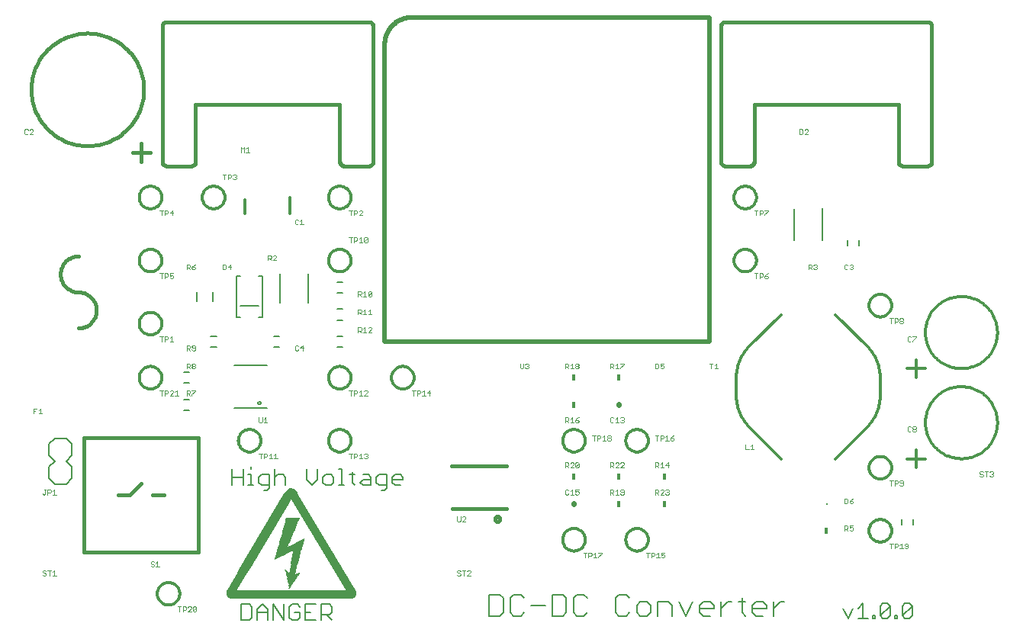
<source format=gto>
G75*
G70*
%OFA0B0*%
%FSLAX24Y24*%
%IPPOS*%
%LPD*%
%AMOC8*
5,1,8,0,0,1.08239X$1,22.5*
%
%ADD10C,0.0080*%
%ADD11C,0.0060*%
%ADD12R,0.1220X0.0005*%
%ADD13R,0.0015X0.0005*%
%ADD14R,0.1170X0.0005*%
%ADD15R,0.5320X0.0005*%
%ADD16R,0.5350X0.0005*%
%ADD17R,0.5375X0.0005*%
%ADD18R,0.5400X0.0005*%
%ADD19R,0.5415X0.0005*%
%ADD20R,0.5435X0.0005*%
%ADD21R,0.5450X0.0005*%
%ADD22R,0.5465X0.0005*%
%ADD23R,0.5480X0.0005*%
%ADD24R,0.5490X0.0005*%
%ADD25R,0.5505X0.0005*%
%ADD26R,0.5515X0.0005*%
%ADD27R,0.5525X0.0005*%
%ADD28R,0.5535X0.0005*%
%ADD29R,0.5540X0.0005*%
%ADD30R,0.5550X0.0005*%
%ADD31R,0.5560X0.0005*%
%ADD32R,0.5565X0.0005*%
%ADD33R,0.5570X0.0005*%
%ADD34R,0.5580X0.0005*%
%ADD35R,0.5590X0.0005*%
%ADD36R,0.5600X0.0005*%
%ADD37R,0.5605X0.0005*%
%ADD38R,0.5610X0.0005*%
%ADD39R,0.5615X0.0005*%
%ADD40R,0.5625X0.0005*%
%ADD41R,0.5635X0.0005*%
%ADD42R,0.5640X0.0005*%
%ADD43R,0.5645X0.0005*%
%ADD44R,0.5650X0.0005*%
%ADD45R,0.5660X0.0005*%
%ADD46R,0.5665X0.0005*%
%ADD47R,0.5660X0.0005*%
%ADD48R,0.5655X0.0005*%
%ADD49R,0.5630X0.0005*%
%ADD50R,0.5620X0.0005*%
%ADD51R,0.0450X0.0005*%
%ADD52R,0.1080X0.0005*%
%ADD53R,0.0010X0.0005*%
%ADD54R,0.4055X0.0005*%
%ADD55R,0.0425X0.0005*%
%ADD56R,0.0405X0.0005*%
%ADD57R,0.0420X0.0005*%
%ADD58R,0.0410X0.0005*%
%ADD59R,0.0005X0.0005*%
%ADD60R,0.0430X0.0005*%
%ADD61R,0.0020X0.0005*%
%ADD62R,0.0025X0.0005*%
%ADD63R,0.0030X0.0005*%
%ADD64R,0.0040X0.0005*%
%ADD65R,0.0045X0.0005*%
%ADD66R,0.0050X0.0005*%
%ADD67R,0.0060X0.0005*%
%ADD68R,0.0065X0.0005*%
%ADD69R,0.0070X0.0005*%
%ADD70R,0.0075X0.0005*%
%ADD71R,0.0080X0.0005*%
%ADD72R,0.0085X0.0005*%
%ADD73R,0.0090X0.0005*%
%ADD74R,0.0095X0.0005*%
%ADD75R,0.0105X0.0005*%
%ADD76R,0.0110X0.0005*%
%ADD77R,0.0115X0.0005*%
%ADD78R,0.0120X0.0005*%
%ADD79R,0.0415X0.0005*%
%ADD80R,0.0125X0.0005*%
%ADD81R,0.0130X0.0005*%
%ADD82R,0.0135X0.0005*%
%ADD83R,0.0140X0.0005*%
%ADD84R,0.0145X0.0005*%
%ADD85R,0.0150X0.0005*%
%ADD86R,0.0155X0.0005*%
%ADD87R,0.0160X0.0005*%
%ADD88R,0.0165X0.0005*%
%ADD89R,0.0175X0.0005*%
%ADD90R,0.0180X0.0005*%
%ADD91R,0.0185X0.0005*%
%ADD92R,0.0190X0.0005*%
%ADD93R,0.0195X0.0005*%
%ADD94R,0.0200X0.0005*%
%ADD95R,0.0205X0.0005*%
%ADD96R,0.0210X0.0005*%
%ADD97R,0.0220X0.0005*%
%ADD98R,0.0225X0.0005*%
%ADD99R,0.0230X0.0005*%
%ADD100R,0.0240X0.0005*%
%ADD101R,0.0245X0.0005*%
%ADD102R,0.0250X0.0005*%
%ADD103R,0.0255X0.0005*%
%ADD104R,0.0260X0.0005*%
%ADD105R,0.0265X0.0005*%
%ADD106R,0.0270X0.0005*%
%ADD107R,0.0275X0.0005*%
%ADD108R,0.0285X0.0005*%
%ADD109R,0.0290X0.0005*%
%ADD110R,0.0295X0.0005*%
%ADD111R,0.0300X0.0005*%
%ADD112R,0.0310X0.0005*%
%ADD113R,0.0315X0.0005*%
%ADD114R,0.0320X0.0005*%
%ADD115R,0.0330X0.0005*%
%ADD116R,0.0335X0.0005*%
%ADD117R,0.0340X0.0005*%
%ADD118R,0.0345X0.0005*%
%ADD119R,0.0350X0.0005*%
%ADD120R,0.0355X0.0005*%
%ADD121R,0.0360X0.0005*%
%ADD122R,0.0370X0.0005*%
%ADD123R,0.0375X0.0005*%
%ADD124R,0.0380X0.0005*%
%ADD125R,0.0385X0.0005*%
%ADD126R,0.0395X0.0005*%
%ADD127R,0.0400X0.0005*%
%ADD128R,0.0440X0.0005*%
%ADD129R,0.0445X0.0005*%
%ADD130R,0.0455X0.0005*%
%ADD131R,0.0460X0.0005*%
%ADD132R,0.0465X0.0005*%
%ADD133R,0.0470X0.0005*%
%ADD134R,0.0480X0.0005*%
%ADD135R,0.0485X0.0005*%
%ADD136R,0.0490X0.0005*%
%ADD137R,0.0500X0.0005*%
%ADD138R,0.0505X0.0005*%
%ADD139R,0.0510X0.0005*%
%ADD140R,0.0515X0.0005*%
%ADD141R,0.0520X0.0005*%
%ADD142R,0.0365X0.0005*%
%ADD143R,0.0100X0.0005*%
%ADD144R,0.0435X0.0005*%
%ADD145R,0.0055X0.0005*%
%ADD146R,0.0035X0.0005*%
%ADD147R,0.0280X0.0005*%
%ADD148R,0.0305X0.0005*%
%ADD149R,0.0325X0.0005*%
%ADD150R,0.0170X0.0005*%
%ADD151R,0.0215X0.0005*%
%ADD152R,0.0495X0.0005*%
%ADD153R,0.0530X0.0005*%
%ADD154R,0.0540X0.0005*%
%ADD155R,0.0555X0.0005*%
%ADD156R,0.0565X0.0005*%
%ADD157R,0.0570X0.0005*%
%ADD158R,0.0580X0.0005*%
%ADD159R,0.0585X0.0005*%
%ADD160R,0.0600X0.0005*%
%ADD161R,0.0605X0.0005*%
%ADD162R,0.0610X0.0005*%
%ADD163R,0.0625X0.0005*%
%ADD164R,0.0635X0.0005*%
%ADD165R,0.0650X0.0005*%
%ADD166R,0.0655X0.0005*%
%ADD167R,0.0660X0.0005*%
%ADD168R,0.0675X0.0005*%
%ADD169R,0.1045X0.0005*%
%ADD170R,0.1040X0.0005*%
%ADD171R,0.0615X0.0005*%
%ADD172R,0.0595X0.0005*%
%ADD173R,0.0560X0.0005*%
%ADD174R,0.0550X0.0005*%
%ADD175R,0.0545X0.0005*%
%ADD176R,0.0535X0.0005*%
%ADD177R,0.0525X0.0005*%
%ADD178R,0.0475X0.0005*%
%ADD179R,0.0390X0.0005*%
%ADD180R,0.0235X0.0005*%
%ADD181R,0.0575X0.0005*%
%ADD182R,0.0855X0.0005*%
%ADD183R,0.0845X0.0005*%
%ADD184R,0.0840X0.0005*%
%ADD185R,0.0835X0.0005*%
%ADD186R,0.0830X0.0005*%
%ADD187R,0.0825X0.0005*%
%ADD188R,0.0815X0.0005*%
%ADD189R,0.0805X0.0005*%
%ADD190R,0.0795X0.0005*%
%ADD191R,0.0785X0.0005*%
%ADD192R,0.0780X0.0005*%
%ADD193R,0.0775X0.0005*%
%ADD194R,0.0765X0.0005*%
%ADD195R,0.0755X0.0005*%
%ADD196R,0.0745X0.0005*%
%ADD197R,0.0735X0.0005*%
%ADD198R,0.0725X0.0005*%
%ADD199R,0.0715X0.0005*%
%ADD200R,0.0705X0.0005*%
%ADD201R,0.0695X0.0005*%
%ADD202R,0.0685X0.0005*%
%ADD203R,0.0670X0.0005*%
%ADD204R,0.0665X0.0005*%
%ADD205R,0.0645X0.0005*%
%ADD206R,0.0640X0.0005*%
%ADD207R,0.0630X0.0005*%
%ADD208R,0.0620X0.0005*%
%ADD209R,0.0590X0.0005*%
%ADD210C,0.0070*%
%ADD211C,0.0020*%
%ADD212C,0.0197*%
%ADD213C,0.0160*%
%ADD214C,0.0120*%
%ADD215R,0.0079X0.0079*%
%ADD216R,0.0180X0.0300*%
%ADD217C,0.0220*%
D10*
X005764Y008844D02*
X006264Y008844D01*
X006514Y009094D01*
X006514Y009594D01*
X006264Y009844D01*
X006514Y010094D01*
X006514Y010594D01*
X006264Y010844D01*
X005764Y010844D01*
X005514Y010594D01*
X005514Y010094D01*
X005764Y009844D01*
X005514Y009594D01*
X005514Y009094D01*
X005764Y008844D01*
X014654Y012394D02*
X014656Y012409D01*
X014662Y012422D01*
X014671Y012434D01*
X014682Y012443D01*
X014696Y012449D01*
X014711Y012451D01*
X014726Y012449D01*
X014739Y012443D01*
X014751Y012434D01*
X014760Y012423D01*
X014766Y012409D01*
X014768Y012394D01*
X014766Y012379D01*
X014760Y012366D01*
X014751Y012354D01*
X014740Y012345D01*
X014726Y012339D01*
X014711Y012337D01*
X014696Y012339D01*
X014683Y012345D01*
X014671Y012354D01*
X014662Y012365D01*
X014656Y012379D01*
X014654Y012394D01*
X014675Y016131D02*
X014852Y016131D01*
X014852Y017942D01*
X014675Y017942D01*
X013888Y017942D02*
X013711Y017942D01*
X013711Y016131D01*
X013888Y016131D01*
X013888Y016643D02*
X014675Y016643D01*
X024746Y004005D02*
X025206Y004005D01*
X025360Y003852D01*
X025360Y003238D01*
X025206Y003085D01*
X024746Y003085D01*
X024746Y004005D01*
X025666Y003852D02*
X025666Y003238D01*
X025820Y003085D01*
X026127Y003085D01*
X026280Y003238D01*
X026587Y003545D02*
X027201Y003545D01*
X027508Y003085D02*
X027968Y003085D01*
X028122Y003238D01*
X028122Y003852D01*
X027968Y004005D01*
X027508Y004005D01*
X027508Y003085D01*
X028429Y003238D02*
X028429Y003852D01*
X028582Y004005D01*
X028889Y004005D01*
X029043Y003852D01*
X029043Y003238D02*
X028889Y003085D01*
X028582Y003085D01*
X028429Y003238D01*
X030270Y003238D02*
X030424Y003085D01*
X030731Y003085D01*
X030884Y003238D01*
X031191Y003238D02*
X031191Y003545D01*
X031344Y003699D01*
X031651Y003699D01*
X031805Y003545D01*
X031805Y003238D01*
X031651Y003085D01*
X031344Y003085D01*
X031191Y003238D01*
X030884Y003852D02*
X030731Y004005D01*
X030424Y004005D01*
X030270Y003852D01*
X030270Y003238D01*
X032112Y003085D02*
X032112Y003699D01*
X032572Y003699D01*
X032726Y003545D01*
X032726Y003085D01*
X033339Y003085D02*
X033646Y003699D01*
X033953Y003545D02*
X034107Y003699D01*
X034414Y003699D01*
X034567Y003545D01*
X034567Y003392D01*
X033953Y003392D01*
X033953Y003545D02*
X033953Y003238D01*
X034107Y003085D01*
X034414Y003085D01*
X034874Y003085D02*
X034874Y003699D01*
X034874Y003392D02*
X035181Y003699D01*
X035334Y003699D01*
X035641Y003699D02*
X035948Y003699D01*
X035795Y003852D02*
X035795Y003238D01*
X035948Y003085D01*
X036255Y003238D02*
X036255Y003545D01*
X036408Y003699D01*
X036715Y003699D01*
X036869Y003545D01*
X036869Y003392D01*
X036255Y003392D01*
X036255Y003238D02*
X036408Y003085D01*
X036715Y003085D01*
X037176Y003085D02*
X037176Y003699D01*
X037176Y003392D02*
X037483Y003699D01*
X037636Y003699D01*
X033339Y003085D02*
X033032Y003699D01*
X026280Y003852D02*
X026127Y004005D01*
X025820Y004005D01*
X025666Y003852D01*
D11*
X020289Y008682D02*
X020172Y008566D01*
X020056Y008566D01*
X020289Y008682D02*
X020289Y009266D01*
X019939Y009266D01*
X019822Y009149D01*
X019822Y008916D01*
X019939Y008799D01*
X020289Y008799D01*
X020522Y008916D02*
X020522Y009149D01*
X020639Y009266D01*
X020872Y009266D01*
X020989Y009149D01*
X020989Y009033D01*
X020522Y009033D01*
X020522Y008916D02*
X020639Y008799D01*
X020872Y008799D01*
X019589Y008799D02*
X019239Y008799D01*
X019122Y008916D01*
X019239Y009033D01*
X019589Y009033D01*
X019589Y009149D02*
X019589Y008799D01*
X019589Y009149D02*
X019473Y009266D01*
X019239Y009266D01*
X018889Y009266D02*
X018656Y009266D01*
X018772Y009383D02*
X018772Y008916D01*
X018889Y008799D01*
X018423Y008799D02*
X018189Y008799D01*
X018306Y008799D02*
X018306Y009500D01*
X018189Y009500D01*
X017957Y009149D02*
X017840Y009266D01*
X017606Y009266D01*
X017489Y009149D01*
X017489Y008916D01*
X017606Y008799D01*
X017840Y008799D01*
X017957Y008916D01*
X017957Y009149D01*
X017257Y009033D02*
X017257Y009500D01*
X016790Y009500D02*
X016790Y009033D01*
X017023Y008799D01*
X017257Y009033D01*
X015857Y009149D02*
X015857Y008799D01*
X015857Y009149D02*
X015740Y009266D01*
X015507Y009266D01*
X015390Y009149D01*
X015157Y009266D02*
X015157Y008682D01*
X015041Y008566D01*
X014924Y008566D01*
X014807Y008799D02*
X015157Y008799D01*
X015390Y008799D02*
X015390Y009500D01*
X015157Y009266D02*
X014807Y009266D01*
X014690Y009149D01*
X014690Y008916D01*
X014807Y008799D01*
X014457Y008799D02*
X014224Y008799D01*
X014341Y008799D02*
X014341Y009266D01*
X014224Y009266D01*
X013991Y009149D02*
X013524Y009149D01*
X013524Y008799D02*
X013524Y009500D01*
X013991Y009500D02*
X013991Y008799D01*
X014341Y009500D02*
X014341Y009616D01*
X015031Y012174D02*
X013611Y012174D01*
X011644Y012076D02*
X011408Y012076D01*
X011408Y012549D02*
X011644Y012549D01*
X011644Y013257D02*
X011408Y013257D01*
X011408Y013730D02*
X011644Y013730D01*
X012589Y014832D02*
X012825Y014832D01*
X012825Y015305D02*
X012589Y015305D01*
X013611Y014034D02*
X015031Y014034D01*
X015345Y014832D02*
X015581Y014832D01*
X015581Y015305D02*
X015345Y015305D01*
X018100Y015305D02*
X018337Y015305D01*
X018337Y014832D02*
X018100Y014832D01*
X018100Y016013D02*
X018337Y016013D01*
X018337Y016486D02*
X018100Y016486D01*
X018100Y017194D02*
X018337Y017194D01*
X018337Y017667D02*
X018100Y017667D01*
X017767Y003594D02*
X017417Y003594D01*
X017417Y002894D01*
X017184Y002894D02*
X016717Y002894D01*
X016717Y003594D01*
X017184Y003594D01*
X016484Y003477D02*
X016367Y003594D01*
X016134Y003594D01*
X016017Y003477D01*
X016017Y003010D01*
X016134Y002894D01*
X016367Y002894D01*
X016484Y003010D01*
X016484Y003244D01*
X016251Y003244D01*
X016717Y003244D02*
X016950Y003244D01*
X017417Y003127D02*
X017767Y003127D01*
X017884Y003244D01*
X017884Y003477D01*
X017767Y003594D01*
X017650Y003127D02*
X017884Y002894D01*
X015784Y002894D02*
X015784Y003594D01*
X015317Y003594D02*
X015784Y002894D01*
X015317Y002894D02*
X015317Y003594D01*
X015085Y003361D02*
X015085Y002894D01*
X015085Y003244D02*
X014618Y003244D01*
X014618Y003361D02*
X014618Y002894D01*
X014385Y003010D02*
X014385Y003477D01*
X014268Y003594D01*
X013918Y003594D01*
X013918Y002894D01*
X014268Y002894D01*
X014385Y003010D01*
X014618Y003361D02*
X014851Y003594D01*
X015085Y003361D01*
X040223Y003408D02*
X040436Y002981D01*
X040650Y003408D01*
X040867Y003408D02*
X041081Y003622D01*
X041081Y002981D01*
X041294Y002981D02*
X040867Y002981D01*
X041512Y002981D02*
X041619Y002981D01*
X041619Y003088D01*
X041512Y003088D01*
X041512Y002981D01*
X041834Y003088D02*
X041834Y003515D01*
X041941Y003622D01*
X042154Y003622D01*
X042261Y003515D01*
X041834Y003088D01*
X041941Y002981D01*
X042154Y002981D01*
X042261Y003088D01*
X042261Y003515D01*
X042479Y003088D02*
X042585Y003088D01*
X042585Y002981D01*
X042479Y002981D01*
X042479Y003088D01*
X042801Y003088D02*
X042801Y003515D01*
X042908Y003622D01*
X043121Y003622D01*
X043228Y003515D01*
X042801Y003088D01*
X042908Y002981D01*
X043121Y002981D01*
X043228Y003088D01*
X043228Y003515D01*
X043258Y007076D02*
X043258Y007312D01*
X042786Y007312D02*
X042786Y007076D01*
X040896Y019281D02*
X040896Y019517D01*
X040423Y019517D02*
X040423Y019281D01*
D12*
X014070Y003823D03*
D13*
X014697Y003823D03*
X016022Y004278D03*
X015867Y005048D03*
X015862Y005053D03*
X015397Y005543D03*
X016662Y006423D03*
D14*
X015295Y003823D03*
D15*
X016105Y003828D03*
D16*
X016110Y003833D03*
D17*
X016112Y003838D03*
D18*
X016115Y003843D03*
D19*
X016112Y003848D03*
D20*
X016112Y003853D03*
D21*
X016115Y003858D03*
D22*
X016112Y003863D03*
D23*
X016115Y003868D03*
D24*
X016115Y003873D03*
D25*
X016112Y003878D03*
D26*
X016112Y003883D03*
D27*
X016112Y003888D03*
D28*
X016112Y003893D03*
D29*
X016110Y003898D03*
D30*
X016110Y003903D03*
D31*
X016110Y003908D03*
D32*
X016112Y003913D03*
D33*
X016110Y003918D03*
D34*
X016110Y003923D03*
D35*
X016110Y003928D03*
X016110Y003933D03*
D36*
X016110Y003938D03*
D37*
X016107Y003943D03*
D38*
X016110Y003948D03*
D39*
X016107Y003953D03*
X016107Y003958D03*
D40*
X016107Y003963D03*
X016107Y003968D03*
D41*
X016107Y003973D03*
X016107Y003978D03*
D42*
X016105Y003983D03*
X016105Y003988D03*
X016100Y004138D03*
X016100Y004143D03*
X016100Y004148D03*
D43*
X016102Y004133D03*
X016107Y003993D03*
D44*
X016105Y003998D03*
X016105Y004003D03*
X016105Y004008D03*
X016105Y004013D03*
X016100Y004123D03*
X016100Y004128D03*
D45*
X016105Y004043D03*
X016105Y004038D03*
X016105Y004033D03*
X016105Y004028D03*
X016105Y004023D03*
X016105Y004018D03*
D46*
X016102Y004048D03*
X016102Y004053D03*
X016102Y004058D03*
X016102Y004063D03*
X016102Y004068D03*
X016102Y004073D03*
X016102Y004078D03*
X016102Y004083D03*
X016102Y004088D03*
X016102Y004093D03*
D47*
X016100Y004098D03*
X016100Y004103D03*
D48*
X016102Y004108D03*
X016102Y004113D03*
X016102Y004118D03*
D49*
X016100Y004153D03*
X016100Y004158D03*
D50*
X016100Y004163D03*
X016100Y004168D03*
X016100Y004173D03*
D51*
X016145Y004778D03*
X016380Y006168D03*
X015850Y006398D03*
X015850Y006403D03*
X015850Y006408D03*
X015855Y006413D03*
X015855Y006418D03*
X015860Y006428D03*
X015860Y006433D03*
X015845Y006388D03*
X013520Y004178D03*
D52*
X014290Y004178D03*
D53*
X014840Y004178D03*
X015860Y005058D03*
X016465Y004938D03*
D54*
X016877Y004178D03*
D55*
X016137Y004748D03*
X016137Y004753D03*
X017707Y005838D03*
X017692Y005863D03*
X017632Y005963D03*
X017602Y006013D03*
X017587Y006038D03*
X017572Y006063D03*
X017557Y006088D03*
X017542Y006113D03*
X017532Y006128D03*
X017527Y006138D03*
X017512Y006163D03*
X017502Y006178D03*
X017497Y006188D03*
X017482Y006213D03*
X017472Y006228D03*
X017467Y006238D03*
X017457Y006253D03*
X017452Y006263D03*
X017442Y006278D03*
X017437Y006288D03*
X017427Y006303D03*
X017422Y006313D03*
X017412Y006328D03*
X017407Y006338D03*
X017397Y006353D03*
X017392Y006363D03*
X017382Y006378D03*
X017377Y006388D03*
X017367Y006403D03*
X017362Y006413D03*
X017357Y006418D03*
X017352Y006428D03*
X017347Y006438D03*
X017342Y006443D03*
X017337Y006453D03*
X017332Y006463D03*
X017327Y006468D03*
X017322Y006478D03*
X017317Y006488D03*
X017312Y006493D03*
X017307Y006503D03*
X017302Y006513D03*
X017297Y006518D03*
X017292Y006528D03*
X017287Y006538D03*
X017282Y006543D03*
X017277Y006553D03*
X017272Y006563D03*
X017267Y006568D03*
X017262Y006578D03*
X017257Y006588D03*
X017252Y006593D03*
X017247Y006603D03*
X017242Y006613D03*
X017237Y006618D03*
X017232Y006628D03*
X017227Y006638D03*
X017222Y006643D03*
X017217Y006653D03*
X017212Y006663D03*
X017207Y006668D03*
X017202Y006678D03*
X017197Y006683D03*
X017197Y006688D03*
X017192Y006693D03*
X017187Y006703D03*
X017182Y006713D03*
X017177Y006718D03*
X017172Y006728D03*
X017167Y006733D03*
X017167Y006738D03*
X017162Y006743D03*
X017157Y006753D03*
X017152Y006758D03*
X017152Y006763D03*
X017147Y006768D03*
X017142Y006778D03*
X017137Y006788D03*
X017132Y006793D03*
X017127Y006803D03*
X017122Y006808D03*
X017122Y006813D03*
X017117Y006818D03*
X017112Y006828D03*
X017107Y006833D03*
X017107Y006838D03*
X017102Y006843D03*
X017097Y006853D03*
X017092Y006858D03*
X017092Y006863D03*
X017087Y006868D03*
X017082Y006878D03*
X017077Y006883D03*
X017077Y006888D03*
X017072Y006893D03*
X017067Y006903D03*
X017062Y006908D03*
X017062Y006913D03*
X017057Y006918D03*
X017052Y006928D03*
X017047Y006933D03*
X017047Y006938D03*
X017042Y006943D03*
X017037Y006953D03*
X017032Y006958D03*
X017032Y006963D03*
X017027Y006968D03*
X017022Y006978D03*
X017017Y006983D03*
X017017Y006988D03*
X017012Y006993D03*
X017007Y006998D03*
X017007Y007003D03*
X017002Y007008D03*
X017002Y007013D03*
X016997Y007018D03*
X016992Y007023D03*
X016992Y007028D03*
X016987Y007033D03*
X016987Y007038D03*
X016982Y007043D03*
X016977Y007053D03*
X016972Y007058D03*
X016972Y007063D03*
X016967Y007068D03*
X016962Y007078D03*
X016957Y007083D03*
X016957Y007088D03*
X016952Y007093D03*
X016947Y007098D03*
X016947Y007103D03*
X016942Y007108D03*
X016942Y007113D03*
X016937Y007118D03*
X016932Y007123D03*
X016932Y007128D03*
X016927Y007133D03*
X016927Y007138D03*
X016922Y007143D03*
X016917Y007148D03*
X016917Y007153D03*
X016912Y007158D03*
X016912Y007163D03*
X016907Y007168D03*
X016902Y007173D03*
X016902Y007178D03*
X016897Y007183D03*
X016897Y007188D03*
X016892Y007193D03*
X016887Y007198D03*
X016887Y007203D03*
X016882Y007208D03*
X016882Y007213D03*
X016877Y007218D03*
X016872Y007223D03*
X016872Y007228D03*
X016867Y007233D03*
X016867Y007238D03*
X016862Y007243D03*
X016857Y007248D03*
X016857Y007253D03*
X016852Y007258D03*
X016847Y007268D03*
X016842Y007273D03*
X016842Y007278D03*
X016837Y007283D03*
X016832Y007293D03*
X016827Y007298D03*
X016827Y007303D03*
X016822Y007308D03*
X016817Y007318D03*
X016812Y007323D03*
X016812Y007328D03*
X016807Y007333D03*
X016802Y007343D03*
X016797Y007348D03*
X016797Y007353D03*
X016792Y007358D03*
X016787Y007368D03*
X016782Y007373D03*
X016782Y007378D03*
X016777Y007383D03*
X016772Y007393D03*
X016767Y007398D03*
X016767Y007403D03*
X016762Y007408D03*
X016757Y007418D03*
X016752Y007423D03*
X016752Y007428D03*
X016747Y007433D03*
X016742Y007443D03*
X016737Y007448D03*
X016737Y007453D03*
X016732Y007458D03*
X016727Y007468D03*
X016722Y007473D03*
X016717Y007483D03*
X016712Y007493D03*
X016707Y007498D03*
X016707Y007503D03*
X016702Y007508D03*
X016697Y007518D03*
X016692Y007523D03*
X016687Y007533D03*
X016682Y007543D03*
X016677Y007548D03*
X016672Y007558D03*
X016667Y007568D03*
X016662Y007573D03*
X016662Y007578D03*
X016657Y007583D03*
X016652Y007593D03*
X016647Y007598D03*
X016647Y007603D03*
X016642Y007608D03*
X016637Y007618D03*
X016632Y007623D03*
X016632Y007628D03*
X016627Y007633D03*
X016622Y007643D03*
X016617Y007648D03*
X016612Y007658D03*
X016607Y007668D03*
X016602Y007673D03*
X016597Y007683D03*
X016592Y007693D03*
X016587Y007698D03*
X016582Y007708D03*
X016577Y007718D03*
X016572Y007723D03*
X016567Y007733D03*
X016562Y007743D03*
X016557Y007748D03*
X016552Y007758D03*
X016547Y007768D03*
X016542Y007773D03*
X016537Y007783D03*
X016532Y007793D03*
X016527Y007798D03*
X016522Y007808D03*
X016512Y007823D03*
X016507Y007833D03*
X016502Y007843D03*
X016497Y007848D03*
X016492Y007858D03*
X016482Y007873D03*
X016477Y007883D03*
X016472Y007893D03*
X016467Y007898D03*
X016462Y007908D03*
X016452Y007923D03*
X016447Y007933D03*
X016437Y007948D03*
X016432Y007958D03*
X016422Y007973D03*
X016417Y007983D03*
X016412Y007988D03*
X016407Y007998D03*
X016402Y008008D03*
X016392Y008023D03*
X016387Y008033D03*
X016377Y008048D03*
X016362Y008073D03*
X016357Y008083D03*
X016352Y008088D03*
X016347Y008098D03*
X016342Y008108D03*
X016337Y008113D03*
X016332Y008123D03*
X016322Y008138D03*
X016317Y008148D03*
X016312Y008158D03*
X016092Y008518D03*
X015797Y006248D03*
X015792Y006238D03*
X015792Y006233D03*
X015787Y006223D03*
X015787Y006218D03*
X015782Y006208D03*
X016392Y006183D03*
X013867Y004788D03*
X013832Y004728D03*
X013822Y004713D03*
X013817Y004703D03*
X013802Y004678D03*
X013792Y004663D03*
X013787Y004653D03*
X013782Y004643D03*
X013772Y004628D03*
X013767Y004618D03*
X013757Y004603D03*
X013752Y004593D03*
X013747Y004583D03*
X013742Y004578D03*
X013737Y004568D03*
X013727Y004553D03*
X013722Y004543D03*
X013717Y004533D03*
X013712Y004528D03*
X013707Y004518D03*
X013702Y004508D03*
X013697Y004503D03*
X013692Y004493D03*
X013687Y004483D03*
X013682Y004478D03*
X013682Y004473D03*
X013677Y004468D03*
X013672Y004458D03*
X013667Y004453D03*
X013667Y004448D03*
X013662Y004443D03*
X013657Y004433D03*
X013652Y004428D03*
X013652Y004423D03*
X013647Y004418D03*
X013642Y004408D03*
X013637Y004403D03*
X013637Y004398D03*
X013632Y004393D03*
X013632Y004388D03*
X013627Y004383D03*
X013622Y004378D03*
X013622Y004373D03*
X013617Y004368D03*
X013617Y004363D03*
X013612Y004358D03*
X013607Y004353D03*
X013607Y004348D03*
X013602Y004343D03*
X013602Y004338D03*
X013597Y004333D03*
X013592Y004323D03*
X013587Y004318D03*
X013587Y004313D03*
X013582Y004308D03*
X013577Y004298D03*
X013572Y004293D03*
X013572Y004288D03*
X013567Y004283D03*
X013562Y004273D03*
X013557Y004268D03*
X013557Y004263D03*
X013552Y004258D03*
X013552Y004253D03*
X013547Y004248D03*
X013542Y004243D03*
X013542Y004238D03*
X013537Y004233D03*
X013537Y004228D03*
X013532Y004223D03*
X013527Y004213D03*
X013522Y004208D03*
X013522Y004203D03*
X013517Y004198D03*
X013512Y004188D03*
X013507Y004183D03*
D56*
X015652Y005768D03*
X015732Y006063D03*
X015737Y006073D03*
X015737Y006078D03*
X015742Y006088D03*
X015742Y006093D03*
X015747Y006103D03*
X015747Y006108D03*
X015752Y006118D03*
X016407Y006193D03*
X016132Y004728D03*
X018622Y004313D03*
X018637Y004288D03*
X018647Y004273D03*
X018652Y004263D03*
X018662Y004248D03*
X018667Y004238D03*
X018672Y004228D03*
X018682Y004213D03*
X018687Y004203D03*
X018692Y004193D03*
X018697Y004188D03*
X018697Y004183D03*
D57*
X018200Y005018D03*
X018180Y005053D03*
X018170Y005068D03*
X018165Y005078D03*
X018155Y005093D03*
X018150Y005103D03*
X018140Y005118D03*
X018135Y005128D03*
X018125Y005143D03*
X018120Y005153D03*
X018110Y005168D03*
X018105Y005178D03*
X018095Y005193D03*
X018090Y005203D03*
X018080Y005218D03*
X018075Y005228D03*
X018065Y005243D03*
X018060Y005253D03*
X018050Y005268D03*
X018045Y005278D03*
X018040Y005283D03*
X018035Y005293D03*
X018030Y005303D03*
X018020Y005318D03*
X018015Y005328D03*
X018010Y005333D03*
X018005Y005343D03*
X018000Y005353D03*
X017995Y005358D03*
X017990Y005368D03*
X017985Y005378D03*
X017975Y005393D03*
X017970Y005403D03*
X017965Y005408D03*
X017960Y005418D03*
X017955Y005428D03*
X017950Y005433D03*
X017945Y005443D03*
X017940Y005453D03*
X017935Y005458D03*
X017930Y005468D03*
X017925Y005478D03*
X017920Y005483D03*
X017915Y005493D03*
X017910Y005503D03*
X017905Y005508D03*
X017900Y005518D03*
X017895Y005528D03*
X017890Y005533D03*
X017890Y005538D03*
X017885Y005543D03*
X017880Y005553D03*
X017875Y005558D03*
X017875Y005563D03*
X017870Y005568D03*
X017865Y005573D03*
X017865Y005578D03*
X017860Y005583D03*
X017855Y005593D03*
X017850Y005598D03*
X017850Y005603D03*
X017845Y005608D03*
X017845Y005613D03*
X017840Y005618D03*
X017835Y005623D03*
X017835Y005628D03*
X017830Y005633D03*
X017830Y005638D03*
X017825Y005643D03*
X017820Y005648D03*
X017820Y005653D03*
X017815Y005658D03*
X017815Y005663D03*
X017810Y005668D03*
X017805Y005678D03*
X017800Y005683D03*
X017795Y005693D03*
X017790Y005698D03*
X017790Y005703D03*
X017785Y005708D03*
X017780Y005718D03*
X017775Y005723D03*
X017775Y005728D03*
X017770Y005733D03*
X017770Y005738D03*
X017765Y005743D03*
X017760Y005748D03*
X017760Y005753D03*
X017755Y005758D03*
X017755Y005763D03*
X017750Y005768D03*
X017745Y005773D03*
X017745Y005778D03*
X017740Y005783D03*
X017735Y005793D03*
X017730Y005798D03*
X017730Y005803D03*
X017725Y005808D03*
X017725Y005813D03*
X017720Y005818D03*
X017715Y005823D03*
X017715Y005828D03*
X017710Y005833D03*
X017705Y005843D03*
X017700Y005848D03*
X017700Y005853D03*
X017695Y005858D03*
X017690Y005868D03*
X017685Y005873D03*
X017685Y005878D03*
X017680Y005883D03*
X017675Y005888D03*
X017675Y005893D03*
X017670Y005898D03*
X017670Y005903D03*
X017665Y005908D03*
X017660Y005918D03*
X017655Y005923D03*
X017655Y005928D03*
X017650Y005933D03*
X017645Y005938D03*
X017645Y005943D03*
X017640Y005948D03*
X017640Y005953D03*
X017635Y005958D03*
X017630Y005968D03*
X017625Y005973D03*
X017625Y005978D03*
X017620Y005983D03*
X017615Y005988D03*
X017615Y005993D03*
X017610Y005998D03*
X017610Y006003D03*
X017605Y006008D03*
X017600Y006018D03*
X017595Y006023D03*
X017595Y006028D03*
X017590Y006033D03*
X017585Y006043D03*
X017580Y006048D03*
X017580Y006053D03*
X017575Y006058D03*
X017570Y006068D03*
X017565Y006073D03*
X017565Y006078D03*
X017560Y006083D03*
X017555Y006093D03*
X017550Y006098D03*
X017550Y006103D03*
X017545Y006108D03*
X017540Y006118D03*
X017535Y006123D03*
X017530Y006133D03*
X017525Y006143D03*
X017520Y006148D03*
X017520Y006153D03*
X017515Y006158D03*
X017510Y006168D03*
X017505Y006173D03*
X017500Y006183D03*
X017495Y006193D03*
X017490Y006198D03*
X017490Y006203D03*
X017485Y006208D03*
X017480Y006218D03*
X017475Y006223D03*
X017470Y006233D03*
X017465Y006243D03*
X017460Y006248D03*
X017455Y006258D03*
X017450Y006268D03*
X017445Y006273D03*
X017440Y006283D03*
X017435Y006293D03*
X017430Y006298D03*
X017425Y006308D03*
X017420Y006318D03*
X017415Y006323D03*
X017410Y006333D03*
X017405Y006343D03*
X017400Y006348D03*
X017395Y006358D03*
X017390Y006368D03*
X017385Y006373D03*
X017380Y006383D03*
X017375Y006393D03*
X017370Y006398D03*
X017365Y006408D03*
X017355Y006423D03*
X017350Y006433D03*
X017340Y006448D03*
X017335Y006458D03*
X017325Y006473D03*
X017320Y006483D03*
X017310Y006498D03*
X017305Y006508D03*
X017295Y006523D03*
X017290Y006533D03*
X017280Y006548D03*
X017275Y006558D03*
X017265Y006573D03*
X017260Y006583D03*
X017250Y006598D03*
X017245Y006608D03*
X017235Y006623D03*
X017230Y006633D03*
X017220Y006648D03*
X017215Y006658D03*
X017205Y006673D03*
X017190Y006698D03*
X017185Y006708D03*
X017175Y006723D03*
X017160Y006748D03*
X017145Y006773D03*
X017140Y006783D03*
X017130Y006798D03*
X017115Y006823D03*
X017100Y006848D03*
X017085Y006873D03*
X017070Y006898D03*
X017055Y006923D03*
X017040Y006948D03*
X017025Y006973D03*
X016980Y007048D03*
X016965Y007073D03*
X015790Y006228D03*
X015785Y006213D03*
X015780Y006203D03*
X015780Y006198D03*
X015775Y006188D03*
X015775Y006183D03*
X015665Y005778D03*
X016135Y004743D03*
X013530Y004218D03*
X013515Y004193D03*
D58*
X015745Y006098D03*
X015750Y006113D03*
X015755Y006123D03*
X015755Y006128D03*
X015760Y006138D03*
X015760Y006143D03*
X018300Y004853D03*
X018315Y004828D03*
X018350Y004768D03*
X018360Y004753D03*
X018380Y004718D03*
X018390Y004703D03*
X018395Y004693D03*
X018405Y004678D03*
X018410Y004668D03*
X018420Y004653D03*
X018425Y004643D03*
X018435Y004628D03*
X018440Y004618D03*
X018450Y004603D03*
X018455Y004593D03*
X018465Y004578D03*
X018470Y004568D03*
X018475Y004563D03*
X018480Y004553D03*
X018485Y004543D03*
X018495Y004528D03*
X018500Y004518D03*
X018505Y004508D03*
X018510Y004503D03*
X018515Y004493D03*
X018520Y004483D03*
X018525Y004478D03*
X018530Y004468D03*
X018535Y004458D03*
X018540Y004453D03*
X018545Y004443D03*
X018550Y004438D03*
X018550Y004433D03*
X018555Y004428D03*
X018560Y004418D03*
X018565Y004413D03*
X018565Y004408D03*
X018570Y004403D03*
X018575Y004393D03*
X018580Y004388D03*
X018580Y004383D03*
X018585Y004378D03*
X018585Y004373D03*
X018590Y004368D03*
X018595Y004363D03*
X018595Y004358D03*
X018600Y004353D03*
X018600Y004348D03*
X018605Y004343D03*
X018610Y004338D03*
X018610Y004333D03*
X018615Y004328D03*
X018615Y004323D03*
X018620Y004318D03*
X018625Y004308D03*
X018630Y004303D03*
X018630Y004298D03*
X018635Y004293D03*
X018640Y004283D03*
X018645Y004278D03*
X018650Y004268D03*
X018655Y004258D03*
X018660Y004253D03*
X018665Y004243D03*
X018670Y004233D03*
X018675Y004223D03*
X018680Y004218D03*
X018685Y004208D03*
X018690Y004198D03*
X016095Y008528D03*
D59*
X015897Y007348D03*
X016672Y006433D03*
X016667Y006428D03*
X015392Y005538D03*
X015852Y005068D03*
X015857Y005063D03*
X016472Y004943D03*
X016022Y004273D03*
D60*
X016140Y004758D03*
X014370Y005633D03*
X014385Y005658D03*
X014355Y005608D03*
X014310Y005533D03*
X014305Y005523D03*
X014295Y005508D03*
X014290Y005498D03*
X014280Y005483D03*
X014275Y005473D03*
X014270Y005463D03*
X014260Y005448D03*
X014250Y005433D03*
X014245Y005423D03*
X014240Y005413D03*
X014230Y005398D03*
X014225Y005388D03*
X014215Y005373D03*
X014210Y005363D03*
X014200Y005348D03*
X014195Y005338D03*
X014185Y005323D03*
X014180Y005313D03*
X014170Y005298D03*
X014165Y005288D03*
X014160Y005278D03*
X014155Y005273D03*
X014150Y005263D03*
X014145Y005253D03*
X014140Y005248D03*
X014135Y005238D03*
X014130Y005228D03*
X014120Y005213D03*
X014115Y005203D03*
X014110Y005198D03*
X014110Y005193D03*
X014105Y005188D03*
X014100Y005178D03*
X014095Y005168D03*
X014090Y005163D03*
X014085Y005153D03*
X014080Y005148D03*
X014080Y005143D03*
X014075Y005138D03*
X014070Y005128D03*
X014065Y005118D03*
X014060Y005113D03*
X014060Y005108D03*
X014055Y005103D03*
X014050Y005093D03*
X014045Y005088D03*
X014040Y005078D03*
X014035Y005068D03*
X014030Y005063D03*
X014030Y005058D03*
X014025Y005053D03*
X014020Y005043D03*
X014015Y005038D03*
X014015Y005033D03*
X014010Y005028D03*
X014005Y005018D03*
X014000Y005013D03*
X014000Y005008D03*
X013995Y005003D03*
X013995Y004998D03*
X013990Y004993D03*
X013985Y004988D03*
X013985Y004983D03*
X013980Y004978D03*
X013975Y004968D03*
X013970Y004963D03*
X013970Y004958D03*
X013965Y004953D03*
X013965Y004948D03*
X013960Y004943D03*
X013955Y004938D03*
X013955Y004933D03*
X013950Y004928D03*
X013950Y004923D03*
X013945Y004918D03*
X013940Y004913D03*
X013940Y004908D03*
X013935Y004903D03*
X013935Y004898D03*
X013930Y004893D03*
X013925Y004888D03*
X013925Y004883D03*
X013920Y004878D03*
X013920Y004873D03*
X013915Y004868D03*
X013910Y004863D03*
X013910Y004858D03*
X013905Y004853D03*
X013905Y004848D03*
X013900Y004843D03*
X013900Y004838D03*
X013895Y004833D03*
X013890Y004828D03*
X013890Y004823D03*
X013885Y004818D03*
X013885Y004813D03*
X013880Y004808D03*
X013875Y004803D03*
X013875Y004798D03*
X013870Y004793D03*
X013865Y004783D03*
X013860Y004778D03*
X013860Y004773D03*
X013855Y004768D03*
X013855Y004763D03*
X013850Y004758D03*
X013845Y004753D03*
X013845Y004748D03*
X013840Y004743D03*
X013840Y004738D03*
X013835Y004733D03*
X013830Y004723D03*
X013825Y004718D03*
X013820Y004708D03*
X013815Y004698D03*
X013810Y004693D03*
X013810Y004688D03*
X013805Y004683D03*
X013800Y004673D03*
X013795Y004668D03*
X013790Y004658D03*
X013785Y004648D03*
X013780Y004638D03*
X013775Y004633D03*
X013770Y004623D03*
X013765Y004613D03*
X013760Y004608D03*
X013755Y004598D03*
X013750Y004588D03*
X013740Y004573D03*
X013735Y004563D03*
X013730Y004558D03*
X013725Y004548D03*
X013720Y004538D03*
X013710Y004523D03*
X013705Y004513D03*
X013695Y004498D03*
X013690Y004488D03*
X013675Y004463D03*
X013660Y004438D03*
X013645Y004413D03*
X013595Y004328D03*
X013580Y004303D03*
X013565Y004278D03*
X014430Y005733D03*
X014450Y005768D03*
X014465Y005793D03*
X015670Y005783D03*
X015795Y006243D03*
X015800Y006253D03*
X015800Y006258D03*
X015800Y006263D03*
X015805Y006268D03*
X015805Y006273D03*
X015810Y006283D03*
X015810Y006288D03*
X016390Y006178D03*
X016850Y007263D03*
X016835Y007288D03*
X016820Y007313D03*
X016805Y007338D03*
X016790Y007363D03*
X016775Y007388D03*
X016760Y007413D03*
X016745Y007438D03*
X016730Y007463D03*
X016720Y007478D03*
X016715Y007488D03*
X016700Y007513D03*
X016690Y007528D03*
X016685Y007538D03*
X016675Y007553D03*
X016670Y007563D03*
X016655Y007588D03*
X016640Y007613D03*
X016625Y007638D03*
X016615Y007653D03*
X016610Y007663D03*
X016600Y007678D03*
X016595Y007688D03*
X016585Y007703D03*
X016580Y007713D03*
X016570Y007728D03*
X016565Y007738D03*
X016555Y007753D03*
X016550Y007763D03*
X016540Y007778D03*
X016535Y007788D03*
X016525Y007803D03*
X016520Y007813D03*
X016515Y007818D03*
X016510Y007828D03*
X016505Y007838D03*
X016495Y007853D03*
X016490Y007863D03*
X016485Y007868D03*
X016480Y007878D03*
X016475Y007888D03*
X016465Y007903D03*
X016460Y007913D03*
X016455Y007918D03*
X016450Y007928D03*
X016445Y007938D03*
X016440Y007943D03*
X016435Y007953D03*
X016430Y007963D03*
X016425Y007968D03*
X016420Y007978D03*
X016410Y007993D03*
X016405Y008003D03*
X016400Y008013D03*
X016395Y008018D03*
X016390Y008028D03*
X016385Y008038D03*
X016380Y008043D03*
X016375Y008053D03*
X016370Y008058D03*
X016370Y008063D03*
X016365Y008068D03*
X016360Y008078D03*
X016350Y008093D03*
X016345Y008103D03*
X016335Y008118D03*
X016330Y008128D03*
X016325Y008133D03*
X016320Y008143D03*
X016315Y008153D03*
X016310Y008163D03*
X016305Y008168D03*
X015870Y008168D03*
X015865Y008158D03*
X015860Y008148D03*
X015855Y008143D03*
X015850Y008133D03*
X015845Y008123D03*
X015830Y008098D03*
X015815Y008073D03*
D61*
X015870Y005043D03*
X016025Y004288D03*
X016025Y004283D03*
D62*
X016027Y004293D03*
X015877Y005033D03*
X015872Y005038D03*
X016457Y004933D03*
X015402Y005548D03*
X016657Y006418D03*
D63*
X016450Y004928D03*
X015880Y005028D03*
X016030Y004298D03*
D64*
X016030Y004303D03*
X016030Y004308D03*
X015885Y005018D03*
X015415Y005558D03*
D65*
X015887Y005013D03*
X015892Y005008D03*
X016442Y004923D03*
X016032Y004313D03*
X016642Y006408D03*
D66*
X016640Y006403D03*
X015420Y005563D03*
X015895Y005003D03*
X016435Y004918D03*
X016035Y004323D03*
X016035Y004318D03*
X016080Y008628D03*
D67*
X016635Y006398D03*
X015425Y005568D03*
X015900Y004993D03*
X015905Y004988D03*
X016425Y004913D03*
X016035Y004328D03*
D68*
X016037Y004333D03*
X015907Y004983D03*
X015432Y005573D03*
X016627Y006393D03*
D69*
X016420Y004908D03*
X015910Y004978D03*
X016040Y004343D03*
X016040Y004338D03*
D70*
X016042Y004348D03*
X015917Y004968D03*
X015912Y004973D03*
X015437Y005578D03*
X016622Y006388D03*
D71*
X016410Y004903D03*
X015920Y004963D03*
X016045Y004353D03*
D72*
X016042Y004358D03*
X015922Y004958D03*
X016402Y004898D03*
X015442Y005583D03*
X016617Y006383D03*
D73*
X015925Y004953D03*
X016045Y004363D03*
D74*
X016047Y004368D03*
X016047Y004373D03*
X015932Y004943D03*
X015927Y004948D03*
X015447Y005588D03*
X016612Y006378D03*
D75*
X016387Y004888D03*
X015937Y004933D03*
X016047Y004378D03*
D76*
X016050Y004383D03*
X016050Y004388D03*
X015940Y004928D03*
X015460Y005598D03*
X016600Y006368D03*
X016085Y008623D03*
D77*
X015947Y004923D03*
X016377Y004883D03*
X016052Y004393D03*
D78*
X016055Y004398D03*
X015950Y004918D03*
X015465Y005603D03*
X016595Y006363D03*
D79*
X016402Y006188D03*
X015777Y006193D03*
X015772Y006178D03*
X015772Y006173D03*
X015767Y006168D03*
X015767Y006163D03*
X015767Y006158D03*
X015762Y006153D03*
X015762Y006148D03*
X015757Y006133D03*
X015657Y005773D03*
X016132Y004738D03*
X016132Y004733D03*
X017782Y005713D03*
X017797Y005688D03*
X017807Y005673D03*
X017857Y005588D03*
X017882Y005548D03*
X017897Y005523D03*
X017902Y005513D03*
X017912Y005498D03*
X017917Y005488D03*
X017927Y005473D03*
X017932Y005463D03*
X017942Y005448D03*
X017947Y005438D03*
X017957Y005423D03*
X017962Y005413D03*
X017972Y005398D03*
X017977Y005388D03*
X017982Y005383D03*
X017987Y005373D03*
X017992Y005363D03*
X018002Y005348D03*
X018007Y005338D03*
X018017Y005323D03*
X018022Y005313D03*
X018027Y005308D03*
X018032Y005298D03*
X018037Y005288D03*
X018047Y005273D03*
X018052Y005263D03*
X018057Y005258D03*
X018062Y005248D03*
X018067Y005238D03*
X018072Y005233D03*
X018077Y005223D03*
X018082Y005213D03*
X018087Y005208D03*
X018092Y005198D03*
X018097Y005188D03*
X018102Y005183D03*
X018107Y005173D03*
X018112Y005163D03*
X018117Y005158D03*
X018122Y005148D03*
X018127Y005138D03*
X018132Y005133D03*
X018137Y005123D03*
X018142Y005113D03*
X018147Y005108D03*
X018152Y005098D03*
X018157Y005088D03*
X018162Y005083D03*
X018167Y005073D03*
X018172Y005063D03*
X018177Y005058D03*
X018182Y005048D03*
X018187Y005043D03*
X018187Y005038D03*
X018192Y005033D03*
X018192Y005028D03*
X018197Y005023D03*
X018202Y005013D03*
X018207Y005008D03*
X018207Y005003D03*
X018212Y004998D03*
X018217Y004993D03*
X018217Y004988D03*
X018222Y004983D03*
X018222Y004978D03*
X018227Y004973D03*
X018232Y004968D03*
X018232Y004963D03*
X018237Y004958D03*
X018237Y004953D03*
X018242Y004948D03*
X018247Y004943D03*
X018247Y004938D03*
X018252Y004933D03*
X018252Y004928D03*
X018257Y004923D03*
X018262Y004918D03*
X018262Y004913D03*
X018267Y004908D03*
X018267Y004903D03*
X018272Y004898D03*
X018277Y004893D03*
X018277Y004888D03*
X018282Y004883D03*
X018282Y004878D03*
X018287Y004873D03*
X018292Y004868D03*
X018292Y004863D03*
X018297Y004858D03*
X018302Y004848D03*
X018307Y004843D03*
X018307Y004838D03*
X018312Y004833D03*
X018317Y004823D03*
X018322Y004818D03*
X018322Y004813D03*
X018327Y004808D03*
X018327Y004803D03*
X018332Y004798D03*
X018337Y004793D03*
X018337Y004788D03*
X018342Y004783D03*
X018342Y004778D03*
X018347Y004773D03*
X018352Y004763D03*
X018357Y004758D03*
X018362Y004748D03*
X018367Y004743D03*
X018367Y004738D03*
X018372Y004733D03*
X018372Y004728D03*
X018377Y004723D03*
X018382Y004713D03*
X018387Y004708D03*
X018392Y004698D03*
X018397Y004688D03*
X018402Y004683D03*
X018407Y004673D03*
X018412Y004663D03*
X018417Y004658D03*
X018422Y004648D03*
X018427Y004638D03*
X018432Y004633D03*
X018437Y004623D03*
X018442Y004613D03*
X018447Y004608D03*
X018452Y004598D03*
X018457Y004588D03*
X018462Y004583D03*
X018467Y004573D03*
X018477Y004558D03*
X018482Y004548D03*
X018487Y004538D03*
X018492Y004533D03*
X018497Y004523D03*
X018502Y004513D03*
X018512Y004498D03*
X018517Y004488D03*
X018527Y004473D03*
X018532Y004463D03*
X018542Y004448D03*
X018557Y004423D03*
X018572Y004398D03*
X017737Y005788D03*
X017662Y005913D03*
X016092Y008523D03*
D80*
X015952Y004913D03*
X016372Y004878D03*
X016052Y004403D03*
D81*
X016055Y004408D03*
X015470Y005608D03*
X016590Y006358D03*
D82*
X016582Y006353D03*
X015477Y005613D03*
X016362Y004873D03*
X016057Y004418D03*
X016057Y004413D03*
D83*
X016060Y004423D03*
D84*
X016062Y004428D03*
X016357Y004868D03*
X015482Y005618D03*
X016577Y006348D03*
D85*
X016060Y004433D03*
D86*
X016062Y004438D03*
X016347Y004863D03*
X015487Y005623D03*
X016572Y006343D03*
X016087Y008618D03*
D87*
X015495Y005628D03*
X016065Y004443D03*
D88*
X016067Y004448D03*
X016067Y004453D03*
X016567Y006338D03*
D89*
X016067Y004458D03*
D90*
X016070Y004463D03*
X016070Y004468D03*
X015505Y005638D03*
X016555Y006328D03*
X016090Y008613D03*
D91*
X016072Y004473D03*
D92*
X016075Y004478D03*
X015510Y005643D03*
X016550Y006323D03*
D93*
X015517Y005648D03*
X016072Y004483D03*
D94*
X016075Y004488D03*
X016545Y006318D03*
D95*
X016537Y006313D03*
X015522Y005653D03*
X016077Y004498D03*
X016077Y004493D03*
X016092Y008608D03*
D96*
X016080Y004503D03*
D97*
X016080Y004508D03*
X016080Y004513D03*
X016530Y006303D03*
D98*
X015532Y005663D03*
X016082Y004518D03*
X016092Y008603D03*
D99*
X016520Y006298D03*
X015540Y005668D03*
X016085Y004528D03*
X016085Y004523D03*
D100*
X016085Y004533D03*
X015545Y005673D03*
D101*
X016087Y004543D03*
X016087Y004538D03*
X016092Y008598D03*
D102*
X016510Y006288D03*
X015550Y005678D03*
X016145Y004918D03*
X016145Y004913D03*
X016090Y004548D03*
D103*
X016092Y004553D03*
X016147Y004923D03*
X016147Y004928D03*
X016147Y004933D03*
X016152Y004938D03*
X016152Y004943D03*
X016152Y004948D03*
X016152Y004953D03*
X016157Y004973D03*
X015557Y005683D03*
X016507Y006283D03*
D104*
X016500Y006278D03*
X016165Y005008D03*
X016160Y004993D03*
X016160Y004988D03*
X016160Y004983D03*
X016160Y004978D03*
X016155Y004968D03*
X016155Y004963D03*
X016155Y004958D03*
X016090Y004558D03*
D105*
X016092Y004563D03*
X016162Y004998D03*
X016162Y005003D03*
X016167Y005013D03*
X016167Y005018D03*
X016167Y005023D03*
X016167Y005028D03*
X016172Y005033D03*
X016172Y005038D03*
X016172Y005043D03*
X016172Y005048D03*
X016177Y005063D03*
X016177Y005068D03*
X015562Y005688D03*
X016092Y008593D03*
D106*
X016495Y006273D03*
X016185Y005103D03*
X016185Y005098D03*
X016180Y005083D03*
X016180Y005078D03*
X016180Y005073D03*
X016175Y005058D03*
X016175Y005053D03*
X016095Y004573D03*
X016095Y004568D03*
D107*
X016097Y004578D03*
X016182Y005088D03*
X016182Y005093D03*
X016187Y005108D03*
X016187Y005113D03*
X016187Y005118D03*
X016187Y005123D03*
X016192Y005128D03*
X016192Y005133D03*
X016192Y005138D03*
X016192Y005143D03*
X016197Y005158D03*
X016197Y005163D03*
X015567Y005693D03*
D108*
X015572Y005698D03*
X016217Y005258D03*
X016217Y005253D03*
X016212Y005238D03*
X016212Y005233D03*
X016212Y005228D03*
X016212Y005223D03*
X016207Y005218D03*
X016207Y005213D03*
X016207Y005208D03*
X016207Y005203D03*
X016097Y004588D03*
X016097Y004583D03*
D109*
X016100Y004593D03*
X016215Y005243D03*
X016215Y005248D03*
X016220Y005263D03*
X016220Y005268D03*
X016220Y005273D03*
X016225Y005288D03*
X016225Y005293D03*
X015580Y005703D03*
X016485Y006263D03*
X016095Y008583D03*
D110*
X016477Y006258D03*
X016237Y005353D03*
X016237Y005348D03*
X016232Y005333D03*
X016232Y005328D03*
X016232Y005323D03*
X016232Y005318D03*
X016227Y005313D03*
X016227Y005308D03*
X016227Y005303D03*
X016227Y005298D03*
X016222Y005283D03*
X016222Y005278D03*
X016102Y004603D03*
X016102Y004598D03*
D111*
X016105Y004608D03*
X016235Y005338D03*
X016235Y005343D03*
X016240Y005358D03*
X016240Y005363D03*
X016240Y005368D03*
X016245Y005378D03*
X016245Y005383D03*
X016245Y005388D03*
X016250Y005408D03*
X015585Y005708D03*
D112*
X015590Y005713D03*
X016265Y005483D03*
X016265Y005478D03*
X016265Y005473D03*
X016260Y005463D03*
X016260Y005458D03*
X016260Y005453D03*
X016255Y005438D03*
X016255Y005433D03*
X016105Y004618D03*
X016105Y004613D03*
D113*
X016107Y004623D03*
X016262Y005468D03*
X016267Y005488D03*
X016267Y005493D03*
X016267Y005498D03*
X016267Y005503D03*
X016272Y005508D03*
X016272Y005513D03*
X016272Y005518D03*
X016467Y006248D03*
D114*
X015595Y005718D03*
X016280Y005558D03*
X016280Y005553D03*
X016280Y005548D03*
X016280Y005543D03*
X016275Y005538D03*
X016275Y005533D03*
X016275Y005528D03*
X016275Y005523D03*
X016285Y005573D03*
X016285Y005578D03*
X016110Y004633D03*
X016110Y004628D03*
X016095Y008573D03*
D115*
X016095Y008568D03*
X016455Y006238D03*
X016305Y005673D03*
X016300Y005653D03*
X016300Y005648D03*
X016300Y005643D03*
X016300Y005638D03*
X016295Y005628D03*
X016295Y005623D03*
X016290Y005603D03*
X016110Y004638D03*
D116*
X016112Y004643D03*
X016112Y004648D03*
X016302Y005658D03*
X016302Y005663D03*
X016302Y005668D03*
X016307Y005678D03*
X016307Y005683D03*
X016307Y005688D03*
X016307Y005693D03*
X016312Y005703D03*
X016312Y005708D03*
X015607Y005728D03*
D117*
X016310Y005698D03*
X016315Y005713D03*
X016315Y005718D03*
X016315Y005723D03*
X016315Y005728D03*
X016320Y005738D03*
X016320Y005743D03*
X016320Y005748D03*
X016325Y005763D03*
X016325Y005768D03*
X016450Y006233D03*
X016115Y004653D03*
X016095Y008563D03*
D118*
X016332Y005803D03*
X016332Y005798D03*
X016327Y005788D03*
X016327Y005783D03*
X016327Y005778D03*
X016327Y005773D03*
X016322Y005758D03*
X016322Y005753D03*
X016317Y005733D03*
X015612Y005733D03*
X016117Y004658D03*
D119*
X016115Y004663D03*
X016330Y005793D03*
X016335Y005808D03*
X016335Y005813D03*
X016335Y005818D03*
X016335Y005823D03*
X016340Y005838D03*
X016340Y005843D03*
X016445Y006228D03*
X015620Y005738D03*
D120*
X016337Y005828D03*
X016337Y005833D03*
X016342Y005848D03*
X016342Y005853D03*
X016342Y005858D03*
X016347Y005863D03*
X016347Y005868D03*
X016347Y005873D03*
X016347Y005878D03*
X016437Y006223D03*
X016117Y004668D03*
X016092Y008558D03*
D121*
X016355Y005918D03*
X016355Y005913D03*
X016355Y005908D03*
X016350Y005898D03*
X016350Y005893D03*
X016350Y005888D03*
X016350Y005883D03*
X015625Y005743D03*
X016080Y004873D03*
X016080Y004868D03*
X016080Y004863D03*
X016120Y004678D03*
X016120Y004673D03*
D122*
X016120Y004683D03*
X016080Y004883D03*
X016080Y004888D03*
X016080Y004893D03*
X016080Y004898D03*
X015630Y005748D03*
D123*
X016427Y006213D03*
X016122Y004688D03*
X016092Y008548D03*
D124*
X015635Y005753D03*
X016080Y004908D03*
X016080Y004903D03*
X016125Y004698D03*
X016125Y004693D03*
D125*
X016127Y004703D03*
X016127Y004708D03*
X015642Y005758D03*
X016422Y006208D03*
X016092Y008543D03*
D126*
X016092Y008538D03*
X015647Y005763D03*
X016127Y004713D03*
D127*
X016130Y004718D03*
X016130Y004723D03*
X015730Y006058D03*
X015735Y006068D03*
X015740Y006083D03*
X016410Y006198D03*
X016095Y008533D03*
D128*
X016095Y008508D03*
X015795Y008038D03*
X015780Y008013D03*
X015775Y008003D03*
X015765Y007988D03*
X015760Y007978D03*
X015745Y007953D03*
X015740Y007943D03*
X015730Y007928D03*
X015725Y007918D03*
X015715Y007903D03*
X015710Y007893D03*
X015705Y007883D03*
X015700Y007878D03*
X015695Y007868D03*
X015690Y007858D03*
X015680Y007843D03*
X015675Y007833D03*
X015670Y007828D03*
X015670Y007823D03*
X015665Y007818D03*
X015660Y007808D03*
X015655Y007798D03*
X015650Y007793D03*
X015645Y007783D03*
X015640Y007773D03*
X015635Y007768D03*
X015630Y007758D03*
X015625Y007748D03*
X015620Y007743D03*
X015620Y007738D03*
X015615Y007733D03*
X015610Y007723D03*
X015605Y007713D03*
X015600Y007708D03*
X015595Y007698D03*
X015590Y007688D03*
X015585Y007683D03*
X015580Y007673D03*
X015575Y007663D03*
X015570Y007658D03*
X015570Y007653D03*
X015565Y007648D03*
X015560Y007638D03*
X015555Y007628D03*
X015550Y007623D03*
X015545Y007613D03*
X015540Y007603D03*
X015535Y007598D03*
X015530Y007588D03*
X015525Y007578D03*
X015520Y007573D03*
X015515Y007563D03*
X015510Y007553D03*
X015505Y007548D03*
X015500Y007538D03*
X015495Y007528D03*
X015490Y007523D03*
X015490Y007518D03*
X015485Y007513D03*
X015480Y007503D03*
X015475Y007493D03*
X015470Y007488D03*
X015465Y007478D03*
X015460Y007468D03*
X015455Y007463D03*
X015455Y007458D03*
X015450Y007453D03*
X015445Y007443D03*
X015440Y007438D03*
X015435Y007428D03*
X015430Y007418D03*
X015425Y007413D03*
X015425Y007408D03*
X015420Y007403D03*
X015415Y007393D03*
X015410Y007383D03*
X015405Y007378D03*
X015400Y007368D03*
X015395Y007358D03*
X015390Y007353D03*
X015390Y007348D03*
X015385Y007343D03*
X015380Y007333D03*
X015375Y007328D03*
X015375Y007323D03*
X015370Y007318D03*
X015365Y007308D03*
X015360Y007303D03*
X015360Y007298D03*
X015355Y007293D03*
X015350Y007283D03*
X015345Y007278D03*
X015345Y007273D03*
X015340Y007268D03*
X015335Y007258D03*
X015330Y007248D03*
X015325Y007243D03*
X015325Y007238D03*
X015320Y007233D03*
X015315Y007223D03*
X015310Y007218D03*
X015305Y007208D03*
X015300Y007198D03*
X015295Y007193D03*
X015290Y007183D03*
X015285Y007173D03*
X015280Y007163D03*
X015275Y007158D03*
X015270Y007148D03*
X015265Y007143D03*
X015265Y007138D03*
X015260Y007133D03*
X015255Y007123D03*
X015250Y007113D03*
X015245Y007108D03*
X015240Y007098D03*
X015235Y007088D03*
X015230Y007083D03*
X015230Y007078D03*
X015225Y007073D03*
X015220Y007063D03*
X015215Y007053D03*
X015210Y007048D03*
X015205Y007038D03*
X015200Y007033D03*
X015200Y007028D03*
X015195Y007023D03*
X015190Y007013D03*
X015185Y007003D03*
X015180Y006998D03*
X015175Y006988D03*
X015170Y006978D03*
X015165Y006973D03*
X015160Y006963D03*
X015155Y006953D03*
X015150Y006943D03*
X015145Y006938D03*
X015140Y006928D03*
X015135Y006923D03*
X015135Y006918D03*
X015130Y006913D03*
X015125Y006903D03*
X015120Y006893D03*
X015115Y006888D03*
X015110Y006878D03*
X015100Y006863D03*
X015095Y006853D03*
X015090Y006843D03*
X015085Y006838D03*
X015080Y006828D03*
X015075Y006818D03*
X015065Y006803D03*
X015060Y006793D03*
X015050Y006778D03*
X015045Y006768D03*
X015040Y006763D03*
X015040Y006758D03*
X015035Y006753D03*
X015030Y006743D03*
X015025Y006733D03*
X015020Y006728D03*
X015015Y006718D03*
X015005Y006703D03*
X015000Y006693D03*
X014995Y006683D03*
X014985Y006668D03*
X014980Y006658D03*
X014975Y006653D03*
X014970Y006643D03*
X014965Y006633D03*
X014960Y006628D03*
X014955Y006618D03*
X014950Y006608D03*
X014940Y006593D03*
X014935Y006583D03*
X014930Y006573D03*
X014925Y006568D03*
X014920Y006558D03*
X014915Y006548D03*
X014910Y006543D03*
X014905Y006533D03*
X014890Y006508D03*
X014885Y006498D03*
X014875Y006483D03*
X014870Y006473D03*
X014860Y006458D03*
X014855Y006448D03*
X014845Y006433D03*
X014840Y006423D03*
X014830Y006408D03*
X014825Y006398D03*
X014815Y006383D03*
X014810Y006373D03*
X014795Y006348D03*
X014790Y006338D03*
X014780Y006323D03*
X014775Y006313D03*
X014765Y006298D03*
X014760Y006288D03*
X014745Y006263D03*
X014735Y006248D03*
X014730Y006238D03*
X014715Y006213D03*
X014700Y006188D03*
X014685Y006163D03*
X014670Y006138D03*
X014665Y006128D03*
X014655Y006113D03*
X014650Y006103D03*
X014635Y006078D03*
X014620Y006053D03*
X014605Y006028D03*
X014590Y006003D03*
X014575Y005978D03*
X014560Y005953D03*
X014495Y005843D03*
X015675Y005788D03*
X015820Y006318D03*
X015825Y006328D03*
X015825Y006333D03*
X015830Y006338D03*
X015830Y006343D03*
X015830Y006348D03*
X015835Y006358D03*
X015840Y006373D03*
X016140Y004768D03*
X016140Y004763D03*
D129*
X016142Y004773D03*
X015682Y005793D03*
X015832Y006353D03*
X015837Y006363D03*
X015837Y006368D03*
X015842Y006378D03*
X015842Y006383D03*
X015847Y006393D03*
X016382Y006173D03*
X016092Y008503D03*
D130*
X016092Y008498D03*
X015872Y006468D03*
X015872Y006463D03*
X015867Y006453D03*
X015867Y006448D03*
X015862Y006443D03*
X015862Y006438D03*
X015857Y006423D03*
X016372Y006163D03*
X015687Y005798D03*
X016142Y004783D03*
D131*
X016145Y004788D03*
X015870Y006458D03*
X015875Y006473D03*
X015875Y006478D03*
X015880Y006483D03*
X015880Y006488D03*
X015880Y006493D03*
X015885Y006503D03*
X016095Y008493D03*
D132*
X015897Y006538D03*
X015892Y006528D03*
X015892Y006523D03*
X015887Y006513D03*
X015887Y006508D03*
X015882Y006498D03*
X016367Y006158D03*
X016147Y004798D03*
X016147Y004793D03*
D133*
X016150Y004803D03*
X015695Y005803D03*
X015890Y006518D03*
X015895Y006533D03*
X015900Y006543D03*
X015900Y006548D03*
X015900Y006553D03*
X015905Y006558D03*
X015905Y006563D03*
X015910Y006573D03*
X016095Y008488D03*
D134*
X016095Y008478D03*
X015935Y006648D03*
X015930Y006633D03*
X015930Y006628D03*
X015925Y006623D03*
X015925Y006618D03*
X015920Y006608D03*
X015920Y006603D03*
X015705Y005813D03*
X015700Y005808D03*
X016150Y004813D03*
X016150Y004808D03*
D135*
X016152Y004818D03*
X016357Y006148D03*
X015932Y006638D03*
X015932Y006643D03*
X015937Y006653D03*
X015937Y006658D03*
X015942Y006668D03*
X015942Y006673D03*
X015947Y006683D03*
D136*
X015950Y006688D03*
X015950Y006693D03*
X015955Y006703D03*
X015955Y006708D03*
X015960Y006718D03*
X015945Y006678D03*
X015940Y006663D03*
X016350Y006143D03*
X016155Y004828D03*
X016155Y004823D03*
X016095Y008473D03*
D137*
X015985Y006793D03*
X015980Y006778D03*
X015980Y006773D03*
X015975Y006768D03*
X015975Y006763D03*
X015975Y006758D03*
X015970Y006753D03*
X015970Y006748D03*
X016345Y006138D03*
X015715Y005823D03*
X016155Y004833D03*
D138*
X016157Y004838D03*
X016157Y004843D03*
X015982Y006783D03*
X015982Y006788D03*
X015987Y006798D03*
X015987Y006803D03*
X015992Y006813D03*
X015997Y006828D03*
X016092Y008458D03*
X016092Y008463D03*
D139*
X016005Y006853D03*
X016005Y006848D03*
X016000Y006838D03*
X016000Y006833D03*
X015995Y006823D03*
X015995Y006818D03*
X015990Y006808D03*
X016340Y006133D03*
X015725Y005828D03*
X016160Y004848D03*
D140*
X016162Y004853D03*
X015727Y005833D03*
X016332Y006128D03*
X016002Y006843D03*
X016007Y006858D03*
X016007Y006863D03*
X016012Y006868D03*
X016012Y006873D03*
X016017Y006883D03*
X016017Y006888D03*
X016092Y008453D03*
D141*
X016030Y006923D03*
X016030Y006918D03*
X016025Y006913D03*
X016025Y006908D03*
X016025Y006903D03*
X016020Y006898D03*
X016020Y006893D03*
X016015Y006878D03*
X016160Y004858D03*
D142*
X016077Y004878D03*
X016352Y005903D03*
X016357Y005923D03*
X016432Y006218D03*
X016092Y008553D03*
D143*
X016605Y006373D03*
X015455Y005593D03*
X015935Y004938D03*
X016395Y004893D03*
D144*
X014582Y005988D03*
X014582Y005993D03*
X014587Y005998D03*
X014592Y006008D03*
X014597Y006013D03*
X014597Y006018D03*
X014602Y006023D03*
X014607Y006033D03*
X014612Y006038D03*
X014612Y006043D03*
X014617Y006048D03*
X014622Y006058D03*
X014627Y006063D03*
X014627Y006068D03*
X014632Y006073D03*
X014637Y006083D03*
X014642Y006088D03*
X014642Y006093D03*
X014647Y006098D03*
X014652Y006108D03*
X014657Y006118D03*
X014662Y006123D03*
X014667Y006133D03*
X014672Y006143D03*
X014677Y006148D03*
X014677Y006153D03*
X014682Y006158D03*
X014687Y006168D03*
X014692Y006173D03*
X014692Y006178D03*
X014697Y006183D03*
X014702Y006193D03*
X014707Y006198D03*
X014707Y006203D03*
X014712Y006208D03*
X014717Y006218D03*
X014722Y006223D03*
X014722Y006228D03*
X014727Y006233D03*
X014732Y006243D03*
X014737Y006253D03*
X014742Y006258D03*
X014747Y006268D03*
X014752Y006273D03*
X014752Y006278D03*
X014757Y006283D03*
X014762Y006293D03*
X014767Y006303D03*
X014772Y006308D03*
X014777Y006318D03*
X014782Y006328D03*
X014787Y006333D03*
X014792Y006343D03*
X014797Y006353D03*
X014802Y006358D03*
X014802Y006363D03*
X014807Y006368D03*
X014812Y006378D03*
X014817Y006388D03*
X014822Y006393D03*
X014827Y006403D03*
X014832Y006413D03*
X014837Y006418D03*
X014842Y006428D03*
X014847Y006438D03*
X014852Y006443D03*
X014857Y006453D03*
X014862Y006463D03*
X014867Y006468D03*
X014872Y006478D03*
X014877Y006488D03*
X014882Y006493D03*
X014887Y006503D03*
X014892Y006513D03*
X014897Y006518D03*
X014897Y006523D03*
X014902Y006528D03*
X014907Y006538D03*
X014917Y006553D03*
X014922Y006563D03*
X014932Y006578D03*
X014937Y006588D03*
X014942Y006598D03*
X014947Y006603D03*
X014952Y006613D03*
X014957Y006623D03*
X014967Y006638D03*
X014972Y006648D03*
X014982Y006663D03*
X014987Y006673D03*
X014992Y006678D03*
X014997Y006688D03*
X015002Y006698D03*
X015007Y006708D03*
X015012Y006713D03*
X015017Y006723D03*
X015027Y006738D03*
X015032Y006748D03*
X015047Y006773D03*
X015052Y006783D03*
X015057Y006788D03*
X015062Y006798D03*
X015067Y006808D03*
X015072Y006813D03*
X015077Y006823D03*
X015082Y006833D03*
X015092Y006848D03*
X015097Y006858D03*
X015102Y006868D03*
X015107Y006873D03*
X015112Y006883D03*
X015122Y006898D03*
X015127Y006908D03*
X015142Y006933D03*
X015152Y006948D03*
X015157Y006958D03*
X015162Y006968D03*
X015172Y006983D03*
X015177Y006993D03*
X015187Y007008D03*
X015192Y007018D03*
X015207Y007043D03*
X015217Y007058D03*
X015222Y007068D03*
X015237Y007093D03*
X015242Y007103D03*
X015252Y007118D03*
X015257Y007128D03*
X015272Y007153D03*
X015282Y007168D03*
X015287Y007178D03*
X015292Y007188D03*
X015302Y007203D03*
X015307Y007213D03*
X015317Y007228D03*
X015332Y007253D03*
X015337Y007263D03*
X015352Y007288D03*
X015367Y007313D03*
X015382Y007338D03*
X015397Y007363D03*
X015402Y007373D03*
X015412Y007388D03*
X015417Y007398D03*
X015432Y007423D03*
X015437Y007433D03*
X015447Y007448D03*
X015462Y007473D03*
X015467Y007483D03*
X015477Y007498D03*
X015482Y007508D03*
X015497Y007533D03*
X015502Y007543D03*
X015512Y007558D03*
X015517Y007568D03*
X015527Y007583D03*
X015532Y007593D03*
X015542Y007608D03*
X015547Y007618D03*
X015557Y007633D03*
X015562Y007643D03*
X015577Y007668D03*
X015582Y007678D03*
X015592Y007693D03*
X015597Y007703D03*
X015607Y007718D03*
X015612Y007728D03*
X015627Y007753D03*
X015632Y007763D03*
X015642Y007778D03*
X015647Y007788D03*
X015657Y007803D03*
X015662Y007813D03*
X015677Y007838D03*
X015682Y007848D03*
X015687Y007853D03*
X015692Y007863D03*
X015697Y007873D03*
X015707Y007888D03*
X015712Y007898D03*
X015717Y007908D03*
X015722Y007913D03*
X015727Y007923D03*
X015732Y007933D03*
X015737Y007938D03*
X015742Y007948D03*
X015747Y007958D03*
X015752Y007963D03*
X015752Y007968D03*
X015757Y007973D03*
X015762Y007983D03*
X015767Y007993D03*
X015772Y007998D03*
X015777Y008008D03*
X015782Y008018D03*
X015787Y008023D03*
X015787Y008028D03*
X015792Y008033D03*
X015797Y008043D03*
X015802Y008048D03*
X015802Y008053D03*
X015807Y008058D03*
X015807Y008063D03*
X015812Y008068D03*
X015817Y008078D03*
X015822Y008083D03*
X015822Y008088D03*
X015827Y008093D03*
X015832Y008103D03*
X015837Y008108D03*
X015837Y008113D03*
X015842Y008118D03*
X015847Y008128D03*
X015852Y008138D03*
X015862Y008153D03*
X015867Y008163D03*
X016092Y008513D03*
X015822Y006323D03*
X015817Y006313D03*
X015817Y006308D03*
X015817Y006303D03*
X015812Y006298D03*
X015812Y006293D03*
X015807Y006278D03*
X014577Y005983D03*
X014572Y005973D03*
X014567Y005968D03*
X014567Y005963D03*
X014562Y005958D03*
X014557Y005948D03*
X014552Y005943D03*
X014552Y005938D03*
X014547Y005933D03*
X014547Y005928D03*
X014542Y005923D03*
X014537Y005918D03*
X014537Y005913D03*
X014532Y005908D03*
X014532Y005903D03*
X014527Y005898D03*
X014522Y005893D03*
X014522Y005888D03*
X014517Y005883D03*
X014517Y005878D03*
X014512Y005873D03*
X014507Y005868D03*
X014507Y005863D03*
X014502Y005858D03*
X014502Y005853D03*
X014497Y005848D03*
X014492Y005838D03*
X014487Y005833D03*
X014487Y005828D03*
X014482Y005823D03*
X014477Y005818D03*
X014477Y005813D03*
X014472Y005808D03*
X014472Y005803D03*
X014467Y005798D03*
X014462Y005788D03*
X014457Y005783D03*
X014457Y005778D03*
X014452Y005773D03*
X014447Y005763D03*
X014442Y005758D03*
X014442Y005753D03*
X014437Y005748D03*
X014437Y005743D03*
X014432Y005738D03*
X014427Y005728D03*
X014422Y005723D03*
X014422Y005718D03*
X014417Y005713D03*
X014412Y005708D03*
X014412Y005703D03*
X014407Y005698D03*
X014407Y005693D03*
X014402Y005688D03*
X014397Y005683D03*
X014397Y005678D03*
X014392Y005673D03*
X014392Y005668D03*
X014387Y005663D03*
X014382Y005653D03*
X014377Y005648D03*
X014377Y005643D03*
X014372Y005638D03*
X014367Y005628D03*
X014362Y005623D03*
X014362Y005618D03*
X014357Y005613D03*
X014352Y005603D03*
X014347Y005598D03*
X014347Y005593D03*
X014342Y005588D03*
X014342Y005583D03*
X014337Y005578D03*
X014332Y005573D03*
X014332Y005568D03*
X014327Y005563D03*
X014327Y005558D03*
X014322Y005553D03*
X014317Y005548D03*
X014317Y005543D03*
X014312Y005538D03*
X014307Y005528D03*
X014302Y005518D03*
X014297Y005513D03*
X014292Y005503D03*
X014287Y005493D03*
X014282Y005488D03*
X014277Y005478D03*
X014272Y005468D03*
X014267Y005458D03*
X014262Y005453D03*
X014257Y005443D03*
X014252Y005438D03*
X014247Y005428D03*
X014242Y005418D03*
X014237Y005408D03*
X014232Y005403D03*
X014227Y005393D03*
X014222Y005383D03*
X014217Y005378D03*
X014212Y005368D03*
X014207Y005358D03*
X014202Y005353D03*
X014197Y005343D03*
X014192Y005333D03*
X014187Y005328D03*
X014182Y005318D03*
X014177Y005308D03*
X014172Y005303D03*
X014167Y005293D03*
X014162Y005283D03*
X014152Y005268D03*
X014147Y005258D03*
X014137Y005243D03*
X014132Y005233D03*
X014127Y005223D03*
X014122Y005218D03*
X014117Y005208D03*
X014102Y005183D03*
X014097Y005173D03*
X014087Y005158D03*
X014072Y005133D03*
X014067Y005123D03*
X014052Y005098D03*
X014042Y005083D03*
X014037Y005073D03*
X014022Y005048D03*
X014007Y005023D03*
X013977Y004973D03*
D145*
X015897Y004998D03*
D146*
X015882Y005023D03*
X015407Y005553D03*
X016652Y006413D03*
D147*
X016490Y006268D03*
X016205Y005198D03*
X016205Y005193D03*
X016205Y005188D03*
X016200Y005183D03*
X016200Y005178D03*
X016200Y005173D03*
X016200Y005168D03*
X016195Y005153D03*
X016195Y005148D03*
X016095Y008588D03*
D148*
X016092Y008578D03*
X016472Y006253D03*
X016257Y005448D03*
X016257Y005443D03*
X016252Y005428D03*
X016252Y005423D03*
X016252Y005418D03*
X016252Y005413D03*
X016247Y005403D03*
X016247Y005398D03*
X016247Y005393D03*
X016242Y005373D03*
D149*
X016282Y005563D03*
X016282Y005568D03*
X016287Y005583D03*
X016287Y005588D03*
X016287Y005593D03*
X016287Y005598D03*
X016292Y005608D03*
X016292Y005613D03*
X016292Y005618D03*
X016297Y005633D03*
X016462Y006243D03*
X015602Y005723D03*
D150*
X015500Y005633D03*
X016560Y006333D03*
D151*
X016532Y006308D03*
X015527Y005658D03*
D152*
X015712Y005818D03*
X015952Y006698D03*
X015957Y006713D03*
X015962Y006723D03*
X015962Y006728D03*
X015962Y006733D03*
X015967Y006738D03*
X015967Y006743D03*
X016092Y008468D03*
D153*
X016090Y008443D03*
X016060Y007008D03*
X016055Y006993D03*
X016050Y006983D03*
X016050Y006978D03*
X016045Y006968D03*
X016045Y006963D03*
X016040Y006953D03*
X015735Y005838D03*
D154*
X015740Y005843D03*
X015745Y005848D03*
X016065Y007023D03*
X016070Y007038D03*
X016070Y007043D03*
X016075Y007048D03*
X016075Y007053D03*
X016080Y007068D03*
X016090Y008433D03*
D155*
X016192Y007348D03*
X016117Y007173D03*
X016112Y007163D03*
X016112Y007158D03*
X016107Y007153D03*
X016107Y007148D03*
X016107Y007143D03*
X016102Y007133D03*
X015752Y005853D03*
D156*
X015757Y005858D03*
X016127Y007203D03*
X016132Y007218D03*
X016132Y007223D03*
X016137Y007228D03*
X016137Y007233D03*
X016142Y007248D03*
D157*
X016145Y007253D03*
X016145Y007258D03*
X016150Y007263D03*
X016150Y007268D03*
X016150Y007273D03*
X016155Y007283D03*
X016140Y007243D03*
X016140Y007238D03*
X016300Y006098D03*
X015760Y005863D03*
X016090Y008408D03*
X016090Y008413D03*
D158*
X016090Y008403D03*
X016175Y007343D03*
X016175Y007338D03*
X016170Y007333D03*
X016170Y007328D03*
X016170Y007323D03*
X016165Y007313D03*
X016160Y007298D03*
X016295Y006093D03*
X015770Y005868D03*
D159*
X015772Y005873D03*
X016287Y006088D03*
X016087Y008398D03*
D160*
X016280Y006078D03*
X015780Y005878D03*
D161*
X015787Y005883D03*
X016087Y008383D03*
D162*
X016090Y008378D03*
X015790Y005888D03*
D163*
X015797Y005893D03*
X016262Y006063D03*
D164*
X016257Y006058D03*
X015807Y005903D03*
X015802Y005898D03*
X016087Y008358D03*
D165*
X015815Y005908D03*
D166*
X015817Y005913D03*
X016087Y008343D03*
D167*
X016090Y008338D03*
X015825Y005918D03*
D168*
X015832Y005923D03*
X016087Y008323D03*
D169*
X016052Y006053D03*
X016047Y006043D03*
X016047Y006038D03*
X016042Y006023D03*
X016042Y006018D03*
X016037Y006008D03*
X016037Y006003D03*
X016037Y005998D03*
X016032Y005988D03*
X016032Y005983D03*
X016032Y005978D03*
X016027Y005968D03*
X016027Y005963D03*
X016027Y005958D03*
X016022Y005953D03*
X016022Y005948D03*
X016022Y005943D03*
X016017Y005933D03*
X016017Y005928D03*
D170*
X016020Y005938D03*
X016030Y005973D03*
X016035Y005993D03*
X016040Y006013D03*
X016045Y006028D03*
X016045Y006033D03*
X016050Y006048D03*
D171*
X016267Y006068D03*
X016272Y006073D03*
X016087Y008373D03*
D172*
X016087Y008388D03*
X016282Y006083D03*
D173*
X016305Y006103D03*
X016115Y007168D03*
X016120Y007178D03*
X016120Y007183D03*
X016120Y007188D03*
X016125Y007193D03*
X016125Y007198D03*
X016130Y007208D03*
X016130Y007213D03*
X016090Y008418D03*
D174*
X016090Y008423D03*
X016090Y008428D03*
X016105Y007138D03*
X016100Y007128D03*
X016100Y007123D03*
X016100Y007118D03*
X016095Y007113D03*
X016095Y007108D03*
X016090Y007098D03*
X016310Y006108D03*
D175*
X016317Y006113D03*
X016077Y007058D03*
X016077Y007063D03*
X016082Y007073D03*
X016082Y007078D03*
X016087Y007083D03*
X016087Y007088D03*
X016087Y007093D03*
X016092Y007103D03*
D176*
X016067Y007033D03*
X016067Y007028D03*
X016062Y007018D03*
X016062Y007013D03*
X016057Y007003D03*
X016057Y006998D03*
X016052Y006988D03*
X016322Y006118D03*
X016092Y008438D03*
D177*
X016092Y008448D03*
X016047Y006973D03*
X016042Y006958D03*
X016037Y006948D03*
X016037Y006943D03*
X016037Y006938D03*
X016032Y006933D03*
X016032Y006928D03*
X016327Y006123D03*
D178*
X016362Y006153D03*
X015907Y006568D03*
X015912Y006578D03*
X015912Y006583D03*
X015912Y006588D03*
X015917Y006593D03*
X015917Y006598D03*
X015922Y006613D03*
X016092Y008483D03*
D179*
X016415Y006203D03*
D180*
X016517Y006293D03*
D181*
X016152Y007278D03*
X016157Y007288D03*
X016157Y007293D03*
X016162Y007303D03*
X016162Y007308D03*
X016167Y007318D03*
D182*
X016087Y008173D03*
X016087Y008178D03*
D183*
X016087Y008183D03*
D184*
X016085Y008188D03*
D185*
X016087Y008193D03*
D186*
X016085Y008198D03*
D187*
X016087Y008203D03*
D188*
X016087Y008208D03*
X016087Y008213D03*
D189*
X016087Y008218D03*
D190*
X016087Y008223D03*
X016087Y008228D03*
D191*
X016087Y008233D03*
D192*
X016090Y008238D03*
D193*
X016087Y008243D03*
D194*
X016087Y008248D03*
X016087Y008253D03*
D195*
X016087Y008258D03*
X016087Y008263D03*
D196*
X016087Y008268D03*
D197*
X016087Y008273D03*
X016087Y008278D03*
D198*
X016087Y008283D03*
D199*
X016087Y008288D03*
X016087Y008293D03*
D200*
X016087Y008298D03*
X016087Y008303D03*
D201*
X016087Y008308D03*
D202*
X016087Y008313D03*
X016087Y008318D03*
D203*
X016090Y008328D03*
D204*
X016087Y008333D03*
D205*
X016087Y008348D03*
D206*
X016090Y008353D03*
D207*
X016090Y008363D03*
D208*
X016090Y008368D03*
D209*
X016090Y008393D03*
D210*
X015620Y016761D02*
X015620Y018021D01*
X016841Y018021D02*
X016841Y016761D01*
X012667Y016840D02*
X012667Y017234D01*
X011959Y017234D02*
X011959Y016840D01*
X038061Y019517D02*
X038061Y020856D01*
X039321Y020895D02*
X039321Y019517D01*
D211*
X005273Y004842D02*
X005236Y004879D01*
X005273Y004842D02*
X005347Y004842D01*
X005383Y004879D01*
X005383Y004916D01*
X005347Y004952D01*
X005273Y004952D01*
X005236Y004989D01*
X005236Y005026D01*
X005273Y005062D01*
X005347Y005062D01*
X005383Y005026D01*
X005457Y005062D02*
X005604Y005062D01*
X005531Y005062D02*
X005531Y004842D01*
X005678Y004842D02*
X005825Y004842D01*
X005752Y004842D02*
X005752Y005062D01*
X005678Y004989D01*
X009961Y005273D02*
X009998Y005236D01*
X010071Y005236D01*
X010108Y005273D01*
X010108Y005309D01*
X010071Y005346D01*
X009998Y005346D01*
X009961Y005383D01*
X009961Y005419D01*
X009998Y005456D01*
X010071Y005456D01*
X010108Y005419D01*
X010182Y005383D02*
X010255Y005456D01*
X010255Y005236D01*
X010182Y005236D02*
X010329Y005236D01*
X011142Y003487D02*
X011289Y003487D01*
X011215Y003487D02*
X011215Y003267D01*
X011363Y003267D02*
X011363Y003487D01*
X011473Y003487D01*
X011510Y003451D01*
X011510Y003377D01*
X011473Y003341D01*
X011363Y003341D01*
X011584Y003267D02*
X011731Y003414D01*
X011731Y003451D01*
X011694Y003487D01*
X011621Y003487D01*
X011584Y003451D01*
X011584Y003267D02*
X011731Y003267D01*
X011805Y003304D02*
X011842Y003267D01*
X011915Y003267D01*
X011952Y003304D01*
X011952Y003451D01*
X011805Y003304D01*
X011805Y003451D01*
X011842Y003487D01*
X011915Y003487D01*
X011952Y003451D01*
X005825Y008385D02*
X005678Y008385D01*
X005752Y008385D02*
X005752Y008606D01*
X005678Y008532D01*
X005604Y008496D02*
X005568Y008459D01*
X005457Y008459D01*
X005457Y008385D02*
X005457Y008606D01*
X005568Y008606D01*
X005604Y008569D01*
X005604Y008496D01*
X005383Y008606D02*
X005310Y008606D01*
X005347Y008606D02*
X005347Y008422D01*
X005310Y008385D01*
X005273Y008385D01*
X005236Y008422D01*
X005211Y011929D02*
X005064Y011929D01*
X005137Y011929D02*
X005137Y012149D01*
X005064Y012076D01*
X004990Y012149D02*
X004843Y012149D01*
X004843Y011929D01*
X004843Y012039D02*
X004916Y012039D01*
X010355Y012936D02*
X010501Y012936D01*
X010428Y012936D02*
X010428Y012716D01*
X010576Y012716D02*
X010576Y012936D01*
X010686Y012936D01*
X010722Y012900D01*
X010722Y012826D01*
X010686Y012790D01*
X010576Y012790D01*
X010797Y012716D02*
X010943Y012863D01*
X010943Y012900D01*
X010907Y012936D01*
X010833Y012936D01*
X010797Y012900D01*
X010797Y012716D02*
X010943Y012716D01*
X011018Y012716D02*
X011164Y012716D01*
X011091Y012716D02*
X011091Y012936D01*
X011018Y012863D01*
X011536Y012936D02*
X011536Y012716D01*
X011536Y012790D02*
X011646Y012790D01*
X011682Y012826D01*
X011682Y012900D01*
X011646Y012936D01*
X011536Y012936D01*
X011609Y012790D02*
X011682Y012716D01*
X011757Y012716D02*
X011757Y012753D01*
X011903Y012900D01*
X011903Y012936D01*
X011757Y012936D01*
X011793Y013897D02*
X011757Y013934D01*
X011757Y013971D01*
X011793Y014007D01*
X011867Y014007D01*
X011903Y013971D01*
X011903Y013934D01*
X011867Y013897D01*
X011793Y013897D01*
X011793Y014007D02*
X011757Y014044D01*
X011757Y014081D01*
X011793Y014117D01*
X011867Y014117D01*
X011903Y014081D01*
X011903Y014044D01*
X011867Y014007D01*
X011682Y014007D02*
X011646Y013971D01*
X011536Y013971D01*
X011609Y013971D02*
X011682Y013897D01*
X011682Y014007D02*
X011682Y014081D01*
X011646Y014117D01*
X011536Y014117D01*
X011536Y013897D01*
X011536Y014685D02*
X011536Y014905D01*
X011646Y014905D01*
X011682Y014868D01*
X011682Y014795D01*
X011646Y014758D01*
X011536Y014758D01*
X011609Y014758D02*
X011682Y014685D01*
X011757Y014721D02*
X011793Y014685D01*
X011867Y014685D01*
X011903Y014721D01*
X011903Y014868D01*
X011867Y014905D01*
X011793Y014905D01*
X011757Y014868D01*
X011757Y014831D01*
X011793Y014795D01*
X011903Y014795D01*
X010943Y015078D02*
X010797Y015078D01*
X010870Y015078D02*
X010870Y015299D01*
X010797Y015225D01*
X010722Y015188D02*
X010686Y015152D01*
X010576Y015152D01*
X010576Y015078D02*
X010576Y015299D01*
X010686Y015299D01*
X010722Y015262D01*
X010722Y015188D01*
X010501Y015299D02*
X010355Y015299D01*
X010428Y015299D02*
X010428Y015078D01*
X010428Y017834D02*
X010428Y018054D01*
X010355Y018054D02*
X010501Y018054D01*
X010576Y018054D02*
X010576Y017834D01*
X010576Y017908D02*
X010686Y017908D01*
X010722Y017944D01*
X010722Y018018D01*
X010686Y018054D01*
X010576Y018054D01*
X010797Y018054D02*
X010797Y017944D01*
X010870Y017981D01*
X010907Y017981D01*
X010943Y017944D01*
X010943Y017871D01*
X010907Y017834D01*
X010833Y017834D01*
X010797Y017871D01*
X010797Y018054D02*
X010943Y018054D01*
X011536Y018228D02*
X011536Y018448D01*
X011646Y018448D01*
X011682Y018411D01*
X011682Y018338D01*
X011646Y018301D01*
X011536Y018301D01*
X011609Y018301D02*
X011682Y018228D01*
X011757Y018265D02*
X011793Y018228D01*
X011867Y018228D01*
X011903Y018265D01*
X011903Y018301D01*
X011867Y018338D01*
X011757Y018338D01*
X011757Y018265D01*
X011757Y018338D02*
X011830Y018411D01*
X011903Y018448D01*
X013110Y018448D02*
X013110Y018228D01*
X013221Y018228D01*
X013257Y018265D01*
X013257Y018411D01*
X013221Y018448D01*
X013110Y018448D01*
X013331Y018338D02*
X013478Y018338D01*
X013442Y018228D02*
X013442Y018448D01*
X013331Y018338D01*
X015079Y018622D02*
X015079Y018842D01*
X015189Y018842D01*
X015226Y018805D01*
X015226Y018732D01*
X015189Y018695D01*
X015079Y018695D01*
X015152Y018695D02*
X015226Y018622D01*
X015300Y018622D02*
X015447Y018768D01*
X015447Y018805D01*
X015410Y018842D01*
X015337Y018842D01*
X015300Y018805D01*
X015300Y018622D02*
X015447Y018622D01*
X016297Y020196D02*
X016370Y020196D01*
X016407Y020233D01*
X016481Y020196D02*
X016628Y020196D01*
X016554Y020196D02*
X016554Y020417D01*
X016481Y020343D01*
X016407Y020380D02*
X016370Y020417D01*
X016297Y020417D01*
X016260Y020380D01*
X016260Y020233D01*
X016297Y020196D01*
X018622Y019629D02*
X018769Y019629D01*
X018696Y019629D02*
X018696Y019409D01*
X018843Y019409D02*
X018843Y019629D01*
X018953Y019629D01*
X018990Y019593D01*
X018990Y019519D01*
X018953Y019482D01*
X018843Y019482D01*
X019064Y019409D02*
X019211Y019409D01*
X019138Y019409D02*
X019138Y019629D01*
X019064Y019556D01*
X019285Y019593D02*
X019322Y019629D01*
X019395Y019629D01*
X019432Y019593D01*
X019285Y019446D01*
X019322Y019409D01*
X019395Y019409D01*
X019432Y019446D01*
X019432Y019593D01*
X019285Y019593D02*
X019285Y019446D01*
X019211Y020590D02*
X019064Y020590D01*
X019211Y020737D01*
X019211Y020774D01*
X019174Y020810D01*
X019101Y020810D01*
X019064Y020774D01*
X018990Y020774D02*
X018990Y020700D01*
X018953Y020664D01*
X018843Y020664D01*
X018843Y020590D02*
X018843Y020810D01*
X018953Y020810D01*
X018990Y020774D01*
X018769Y020810D02*
X018622Y020810D01*
X018696Y020810D02*
X018696Y020590D01*
X014266Y023346D02*
X014119Y023346D01*
X014192Y023346D02*
X014192Y023566D01*
X014119Y023493D01*
X014045Y023566D02*
X014045Y023346D01*
X013898Y023346D02*
X013898Y023566D01*
X013971Y023493D01*
X014045Y023566D01*
X013663Y022385D02*
X013699Y022348D01*
X013699Y022312D01*
X013663Y022275D01*
X013699Y022238D01*
X013699Y022202D01*
X013663Y022165D01*
X013589Y022165D01*
X013552Y022202D01*
X013478Y022275D02*
X013442Y022238D01*
X013331Y022238D01*
X013331Y022165D02*
X013331Y022385D01*
X013442Y022385D01*
X013478Y022348D01*
X013478Y022275D01*
X013552Y022348D02*
X013589Y022385D01*
X013663Y022385D01*
X013663Y022275D02*
X013626Y022275D01*
X013257Y022385D02*
X013110Y022385D01*
X013184Y022385D02*
X013184Y022165D01*
X010907Y020810D02*
X010797Y020700D01*
X010943Y020700D01*
X010907Y020590D02*
X010907Y020810D01*
X010722Y020774D02*
X010722Y020700D01*
X010686Y020664D01*
X010576Y020664D01*
X010576Y020590D02*
X010576Y020810D01*
X010686Y020810D01*
X010722Y020774D01*
X010501Y020810D02*
X010355Y020810D01*
X010428Y020810D02*
X010428Y020590D01*
X004817Y024133D02*
X004670Y024133D01*
X004817Y024280D01*
X004817Y024317D01*
X004780Y024354D01*
X004707Y024354D01*
X004670Y024317D01*
X004596Y024317D02*
X004559Y024354D01*
X004486Y024354D01*
X004449Y024317D01*
X004449Y024170D01*
X004486Y024133D01*
X004559Y024133D01*
X004596Y024170D01*
X019016Y017267D02*
X019016Y017047D01*
X019016Y017120D02*
X019126Y017120D01*
X019163Y017157D01*
X019163Y017230D01*
X019126Y017267D01*
X019016Y017267D01*
X019089Y017120D02*
X019163Y017047D01*
X019237Y017047D02*
X019384Y017047D01*
X019310Y017047D02*
X019310Y017267D01*
X019237Y017194D01*
X019458Y017230D02*
X019495Y017267D01*
X019568Y017267D01*
X019605Y017230D01*
X019458Y017084D01*
X019495Y017047D01*
X019568Y017047D01*
X019605Y017084D01*
X019605Y017230D01*
X019458Y017230D02*
X019458Y017084D01*
X019531Y016480D02*
X019531Y016259D01*
X019458Y016259D02*
X019605Y016259D01*
X019458Y016406D02*
X019531Y016480D01*
X019310Y016480D02*
X019310Y016259D01*
X019237Y016259D02*
X019384Y016259D01*
X019237Y016406D02*
X019310Y016480D01*
X019163Y016443D02*
X019163Y016370D01*
X019126Y016333D01*
X019016Y016333D01*
X019089Y016333D02*
X019163Y016259D01*
X019016Y016259D02*
X019016Y016480D01*
X019126Y016480D01*
X019163Y016443D01*
X019126Y015692D02*
X019163Y015656D01*
X019163Y015582D01*
X019126Y015545D01*
X019016Y015545D01*
X019016Y015472D02*
X019016Y015692D01*
X019126Y015692D01*
X019237Y015619D02*
X019310Y015692D01*
X019310Y015472D01*
X019237Y015472D02*
X019384Y015472D01*
X019458Y015472D02*
X019605Y015619D01*
X019605Y015656D01*
X019568Y015692D01*
X019495Y015692D01*
X019458Y015656D01*
X019458Y015472D02*
X019605Y015472D01*
X019163Y015472D02*
X019089Y015545D01*
X016628Y014795D02*
X016481Y014795D01*
X016591Y014905D01*
X016591Y014685D01*
X016407Y014721D02*
X016370Y014685D01*
X016297Y014685D01*
X016260Y014721D01*
X016260Y014868D01*
X016297Y014905D01*
X016370Y014905D01*
X016407Y014868D01*
X018622Y012936D02*
X018769Y012936D01*
X018696Y012936D02*
X018696Y012716D01*
X018843Y012716D02*
X018843Y012936D01*
X018953Y012936D01*
X018990Y012900D01*
X018990Y012826D01*
X018953Y012790D01*
X018843Y012790D01*
X019064Y012863D02*
X019138Y012936D01*
X019138Y012716D01*
X019211Y012716D02*
X019064Y012716D01*
X019285Y012716D02*
X019432Y012863D01*
X019432Y012900D01*
X019395Y012936D01*
X019322Y012936D01*
X019285Y012900D01*
X019285Y012716D02*
X019432Y012716D01*
X021378Y012936D02*
X021525Y012936D01*
X021452Y012936D02*
X021452Y012716D01*
X021599Y012716D02*
X021599Y012936D01*
X021709Y012936D01*
X021746Y012900D01*
X021746Y012826D01*
X021709Y012790D01*
X021599Y012790D01*
X021820Y012863D02*
X021894Y012936D01*
X021894Y012716D01*
X021967Y012716D02*
X021820Y012716D01*
X022041Y012826D02*
X022188Y012826D01*
X022151Y012716D02*
X022151Y012936D01*
X022041Y012826D01*
X026103Y013934D02*
X026139Y013897D01*
X026213Y013897D01*
X026249Y013934D01*
X026249Y014117D01*
X026324Y014081D02*
X026360Y014117D01*
X026434Y014117D01*
X026470Y014081D01*
X026470Y014044D01*
X026434Y014007D01*
X026470Y013971D01*
X026470Y013934D01*
X026434Y013897D01*
X026360Y013897D01*
X026324Y013934D01*
X026397Y014007D02*
X026434Y014007D01*
X026103Y013934D02*
X026103Y014117D01*
X028071Y014117D02*
X028071Y013897D01*
X028071Y013971D02*
X028181Y013971D01*
X028218Y014007D01*
X028218Y014081D01*
X028181Y014117D01*
X028071Y014117D01*
X028144Y013971D02*
X028218Y013897D01*
X028292Y013897D02*
X028439Y013897D01*
X028365Y013897D02*
X028365Y014117D01*
X028292Y014044D01*
X028513Y014044D02*
X028513Y014081D01*
X028550Y014117D01*
X028623Y014117D01*
X028660Y014081D01*
X028660Y014044D01*
X028623Y014007D01*
X028550Y014007D01*
X028513Y014044D01*
X028550Y014007D02*
X028513Y013971D01*
X028513Y013934D01*
X028550Y013897D01*
X028623Y013897D01*
X028660Y013934D01*
X028660Y013971D01*
X028623Y014007D01*
X030040Y013971D02*
X030150Y013971D01*
X030186Y014007D01*
X030186Y014081D01*
X030150Y014117D01*
X030040Y014117D01*
X030040Y013897D01*
X030113Y013971D02*
X030186Y013897D01*
X030261Y013897D02*
X030407Y013897D01*
X030334Y013897D02*
X030334Y014117D01*
X030261Y014044D01*
X030482Y014117D02*
X030628Y014117D01*
X030628Y014081D01*
X030482Y013934D01*
X030482Y013897D01*
X032008Y013897D02*
X032118Y013897D01*
X032155Y013934D01*
X032155Y014081D01*
X032118Y014117D01*
X032008Y014117D01*
X032008Y013897D01*
X032229Y013934D02*
X032266Y013897D01*
X032339Y013897D01*
X032376Y013934D01*
X032376Y014007D01*
X032339Y014044D01*
X032302Y014044D01*
X032229Y014007D01*
X032229Y014117D01*
X032376Y014117D01*
X034370Y014117D02*
X034517Y014117D01*
X034444Y014117D02*
X034444Y013897D01*
X034591Y013897D02*
X034738Y013897D01*
X034665Y013897D02*
X034665Y014117D01*
X034591Y014044D01*
X030628Y011719D02*
X030628Y011682D01*
X030592Y011645D01*
X030628Y011608D01*
X030628Y011572D01*
X030592Y011535D01*
X030518Y011535D01*
X030482Y011572D01*
X030407Y011535D02*
X030261Y011535D01*
X030334Y011535D02*
X030334Y011755D01*
X030261Y011682D01*
X030186Y011719D02*
X030150Y011755D01*
X030076Y011755D01*
X030040Y011719D01*
X030040Y011572D01*
X030076Y011535D01*
X030150Y011535D01*
X030186Y011572D01*
X030482Y011719D02*
X030518Y011755D01*
X030592Y011755D01*
X030628Y011719D01*
X030592Y011645D02*
X030555Y011645D01*
X030025Y010968D02*
X030062Y010931D01*
X030062Y010894D01*
X030025Y010858D01*
X029952Y010858D01*
X029915Y010894D01*
X029915Y010931D01*
X029952Y010968D01*
X030025Y010968D01*
X030025Y010858D02*
X030062Y010821D01*
X030062Y010784D01*
X030025Y010748D01*
X029952Y010748D01*
X029915Y010784D01*
X029915Y010821D01*
X029952Y010858D01*
X029841Y010748D02*
X029694Y010748D01*
X029768Y010748D02*
X029768Y010968D01*
X029694Y010894D01*
X029620Y010858D02*
X029583Y010821D01*
X029473Y010821D01*
X029473Y010748D02*
X029473Y010968D01*
X029583Y010968D01*
X029620Y010931D01*
X029620Y010858D01*
X029399Y010968D02*
X029252Y010968D01*
X029326Y010968D02*
X029326Y010748D01*
X028623Y011535D02*
X028660Y011572D01*
X028660Y011608D01*
X028623Y011645D01*
X028513Y011645D01*
X028513Y011572D01*
X028550Y011535D01*
X028623Y011535D01*
X028513Y011645D02*
X028586Y011719D01*
X028660Y011755D01*
X028365Y011755D02*
X028365Y011535D01*
X028292Y011535D02*
X028439Y011535D01*
X028292Y011682D02*
X028365Y011755D01*
X028218Y011719D02*
X028218Y011645D01*
X028181Y011608D01*
X028071Y011608D01*
X028071Y011535D02*
X028071Y011755D01*
X028181Y011755D01*
X028218Y011719D01*
X028144Y011608D02*
X028218Y011535D01*
X028181Y009787D02*
X028218Y009750D01*
X028218Y009677D01*
X028181Y009640D01*
X028071Y009640D01*
X028071Y009567D02*
X028071Y009787D01*
X028181Y009787D01*
X028292Y009750D02*
X028329Y009787D01*
X028402Y009787D01*
X028439Y009750D01*
X028439Y009713D01*
X028292Y009567D01*
X028439Y009567D01*
X028513Y009603D02*
X028660Y009750D01*
X028660Y009603D01*
X028623Y009567D01*
X028550Y009567D01*
X028513Y009603D01*
X028513Y009750D01*
X028550Y009787D01*
X028623Y009787D01*
X028660Y009750D01*
X028218Y009567D02*
X028144Y009640D01*
X028108Y008606D02*
X028071Y008569D01*
X028071Y008422D01*
X028108Y008385D01*
X028181Y008385D01*
X028218Y008422D01*
X028292Y008385D02*
X028439Y008385D01*
X028365Y008385D02*
X028365Y008606D01*
X028292Y008532D01*
X028218Y008569D02*
X028181Y008606D01*
X028108Y008606D01*
X028513Y008606D02*
X028513Y008496D01*
X028586Y008532D01*
X028623Y008532D01*
X028660Y008496D01*
X028660Y008422D01*
X028623Y008385D01*
X028550Y008385D01*
X028513Y008422D01*
X028513Y008606D02*
X028660Y008606D01*
X030040Y008606D02*
X030150Y008606D01*
X030186Y008569D01*
X030186Y008496D01*
X030150Y008459D01*
X030040Y008459D01*
X030113Y008459D02*
X030186Y008385D01*
X030261Y008385D02*
X030407Y008385D01*
X030334Y008385D02*
X030334Y008606D01*
X030261Y008532D01*
X030482Y008532D02*
X030518Y008496D01*
X030628Y008496D01*
X030628Y008569D02*
X030592Y008606D01*
X030518Y008606D01*
X030482Y008569D01*
X030482Y008532D01*
X030482Y008422D02*
X030518Y008385D01*
X030592Y008385D01*
X030628Y008422D01*
X030628Y008569D01*
X030040Y008606D02*
X030040Y008385D01*
X030040Y009567D02*
X030040Y009787D01*
X030150Y009787D01*
X030186Y009750D01*
X030186Y009677D01*
X030150Y009640D01*
X030040Y009640D01*
X030113Y009640D02*
X030186Y009567D01*
X030261Y009567D02*
X030407Y009713D01*
X030407Y009750D01*
X030371Y009787D01*
X030297Y009787D01*
X030261Y009750D01*
X030261Y009567D02*
X030407Y009567D01*
X030482Y009567D02*
X030628Y009713D01*
X030628Y009750D01*
X030592Y009787D01*
X030518Y009787D01*
X030482Y009750D01*
X030482Y009567D02*
X030628Y009567D01*
X032008Y009567D02*
X032008Y009787D01*
X032118Y009787D01*
X032155Y009750D01*
X032155Y009677D01*
X032118Y009640D01*
X032008Y009640D01*
X032081Y009640D02*
X032155Y009567D01*
X032229Y009567D02*
X032376Y009567D01*
X032302Y009567D02*
X032302Y009787D01*
X032229Y009713D01*
X032450Y009677D02*
X032597Y009677D01*
X032560Y009787D02*
X032450Y009677D01*
X032560Y009567D02*
X032560Y009787D01*
X032597Y010748D02*
X032450Y010748D01*
X032523Y010748D02*
X032523Y010968D01*
X032450Y010894D01*
X032376Y010858D02*
X032339Y010821D01*
X032229Y010821D01*
X032229Y010748D02*
X032229Y010968D01*
X032339Y010968D01*
X032376Y010931D01*
X032376Y010858D01*
X032155Y010968D02*
X032008Y010968D01*
X032081Y010968D02*
X032081Y010748D01*
X032671Y010784D02*
X032708Y010748D01*
X032781Y010748D01*
X032818Y010784D01*
X032818Y010821D01*
X032781Y010858D01*
X032671Y010858D01*
X032671Y010784D01*
X032671Y010858D02*
X032744Y010931D01*
X032818Y010968D01*
X035945Y010574D02*
X035945Y010354D01*
X036092Y010354D01*
X036166Y010354D02*
X036313Y010354D01*
X036239Y010354D02*
X036239Y010574D01*
X036166Y010501D01*
X032597Y008569D02*
X032597Y008532D01*
X032560Y008496D01*
X032597Y008459D01*
X032597Y008422D01*
X032560Y008385D01*
X032487Y008385D01*
X032450Y008422D01*
X032376Y008385D02*
X032229Y008385D01*
X032376Y008532D01*
X032376Y008569D01*
X032339Y008606D01*
X032266Y008606D01*
X032229Y008569D01*
X032155Y008569D02*
X032155Y008496D01*
X032118Y008459D01*
X032008Y008459D01*
X032081Y008459D02*
X032155Y008385D01*
X032008Y008385D02*
X032008Y008606D01*
X032118Y008606D01*
X032155Y008569D01*
X032450Y008569D02*
X032487Y008606D01*
X032560Y008606D01*
X032597Y008569D01*
X032560Y008496D02*
X032523Y008496D01*
X032424Y005850D02*
X032277Y005850D01*
X032277Y005740D01*
X032351Y005776D01*
X032387Y005776D01*
X032424Y005740D01*
X032424Y005666D01*
X032387Y005630D01*
X032314Y005630D01*
X032277Y005666D01*
X032203Y005630D02*
X032056Y005630D01*
X032130Y005630D02*
X032130Y005850D01*
X032056Y005776D01*
X031982Y005740D02*
X031945Y005703D01*
X031835Y005703D01*
X031835Y005630D02*
X031835Y005850D01*
X031945Y005850D01*
X031982Y005813D01*
X031982Y005740D01*
X031761Y005850D02*
X031614Y005850D01*
X031688Y005850D02*
X031688Y005630D01*
X029668Y005813D02*
X029521Y005666D01*
X029521Y005630D01*
X029447Y005630D02*
X029300Y005630D01*
X029374Y005630D02*
X029374Y005850D01*
X029300Y005776D01*
X029226Y005740D02*
X029190Y005703D01*
X029079Y005703D01*
X029079Y005630D02*
X029079Y005850D01*
X029190Y005850D01*
X029226Y005813D01*
X029226Y005740D01*
X029005Y005850D02*
X028859Y005850D01*
X028932Y005850D02*
X028932Y005630D01*
X029521Y005850D02*
X029668Y005850D01*
X029668Y005813D01*
X023935Y005026D02*
X023899Y005062D01*
X023825Y005062D01*
X023789Y005026D01*
X023714Y005062D02*
X023568Y005062D01*
X023641Y005062D02*
X023641Y004842D01*
X023789Y004842D02*
X023935Y004989D01*
X023935Y005026D01*
X023935Y004842D02*
X023789Y004842D01*
X023493Y004879D02*
X023457Y004842D01*
X023383Y004842D01*
X023347Y004879D01*
X023383Y004952D02*
X023457Y004952D01*
X023493Y004916D01*
X023493Y004879D01*
X023383Y004952D02*
X023347Y004989D01*
X023347Y005026D01*
X023383Y005062D01*
X023457Y005062D01*
X023493Y005026D01*
X023457Y007204D02*
X023383Y007204D01*
X023347Y007241D01*
X023347Y007424D01*
X023493Y007424D02*
X023493Y007241D01*
X023457Y007204D01*
X023568Y007204D02*
X023714Y007351D01*
X023714Y007388D01*
X023678Y007424D01*
X023604Y007424D01*
X023568Y007388D01*
X023568Y007204D02*
X023714Y007204D01*
X019432Y009997D02*
X019395Y009960D01*
X019322Y009960D01*
X019285Y009997D01*
X019211Y009960D02*
X019064Y009960D01*
X019138Y009960D02*
X019138Y010180D01*
X019064Y010107D01*
X018990Y010070D02*
X018953Y010034D01*
X018843Y010034D01*
X018843Y009960D02*
X018843Y010180D01*
X018953Y010180D01*
X018990Y010144D01*
X018990Y010070D01*
X018769Y010180D02*
X018622Y010180D01*
X018696Y010180D02*
X018696Y009960D01*
X019285Y010144D02*
X019322Y010180D01*
X019395Y010180D01*
X019432Y010144D01*
X019432Y010107D01*
X019395Y010070D01*
X019432Y010034D01*
X019432Y009997D01*
X019395Y010070D02*
X019359Y010070D01*
X015495Y009960D02*
X015348Y009960D01*
X015422Y009960D02*
X015422Y010180D01*
X015348Y010107D01*
X015274Y009960D02*
X015127Y009960D01*
X015201Y009960D02*
X015201Y010180D01*
X015127Y010107D01*
X015053Y010070D02*
X015016Y010034D01*
X014906Y010034D01*
X014906Y009960D02*
X014906Y010180D01*
X015016Y010180D01*
X015053Y010144D01*
X015053Y010070D01*
X014832Y010180D02*
X014685Y010180D01*
X014759Y010180D02*
X014759Y009960D01*
X014795Y011535D02*
X014832Y011572D01*
X014832Y011755D01*
X014906Y011682D02*
X014980Y011755D01*
X014980Y011535D01*
X015053Y011535D02*
X014906Y011535D01*
X014795Y011535D02*
X014722Y011535D01*
X014685Y011572D01*
X014685Y011755D01*
X036339Y018054D02*
X036486Y018054D01*
X036412Y018054D02*
X036412Y017834D01*
X036560Y017834D02*
X036560Y018054D01*
X036670Y018054D01*
X036707Y018018D01*
X036707Y017944D01*
X036670Y017908D01*
X036560Y017908D01*
X036781Y017944D02*
X036891Y017944D01*
X036928Y017908D01*
X036928Y017871D01*
X036891Y017834D01*
X036817Y017834D01*
X036781Y017871D01*
X036781Y017944D01*
X036854Y018018D01*
X036928Y018054D01*
X038701Y018228D02*
X038701Y018448D01*
X038811Y018448D01*
X038848Y018411D01*
X038848Y018338D01*
X038811Y018301D01*
X038701Y018301D01*
X038774Y018301D02*
X038848Y018228D01*
X038922Y018265D02*
X038959Y018228D01*
X039032Y018228D01*
X039069Y018265D01*
X039069Y018301D01*
X039032Y018338D01*
X038995Y018338D01*
X039032Y018338D02*
X039069Y018375D01*
X039069Y018411D01*
X039032Y018448D01*
X038959Y018448D01*
X038922Y018411D01*
X040276Y018411D02*
X040276Y018265D01*
X040313Y018228D01*
X040386Y018228D01*
X040423Y018265D01*
X040497Y018265D02*
X040534Y018228D01*
X040607Y018228D01*
X040644Y018265D01*
X040644Y018301D01*
X040607Y018338D01*
X040570Y018338D01*
X040607Y018338D02*
X040644Y018375D01*
X040644Y018411D01*
X040607Y018448D01*
X040534Y018448D01*
X040497Y018411D01*
X040423Y018411D02*
X040386Y018448D01*
X040313Y018448D01*
X040276Y018411D01*
X042244Y016086D02*
X042391Y016086D01*
X042318Y016086D02*
X042318Y015866D01*
X042465Y015866D02*
X042465Y016086D01*
X042575Y016086D01*
X042612Y016049D01*
X042612Y015976D01*
X042575Y015939D01*
X042465Y015939D01*
X042686Y015939D02*
X042723Y015976D01*
X042796Y015976D01*
X042833Y015939D01*
X042833Y015902D01*
X042796Y015866D01*
X042723Y015866D01*
X042686Y015902D01*
X042686Y015939D01*
X042723Y015976D02*
X042686Y016013D01*
X042686Y016049D01*
X042723Y016086D01*
X042796Y016086D01*
X042833Y016049D01*
X042833Y016013D01*
X042796Y015976D01*
X043068Y015299D02*
X043032Y015262D01*
X043032Y015115D01*
X043068Y015078D01*
X043142Y015078D01*
X043179Y015115D01*
X043253Y015115D02*
X043253Y015078D01*
X043253Y015115D02*
X043399Y015262D01*
X043399Y015299D01*
X043253Y015299D01*
X043179Y015262D02*
X043142Y015299D01*
X043068Y015299D01*
X043068Y011361D02*
X043032Y011325D01*
X043032Y011178D01*
X043068Y011141D01*
X043142Y011141D01*
X043179Y011178D01*
X043253Y011178D02*
X043253Y011215D01*
X043289Y011251D01*
X043363Y011251D01*
X043399Y011215D01*
X043399Y011178D01*
X043363Y011141D01*
X043289Y011141D01*
X043253Y011178D01*
X043289Y011251D02*
X043253Y011288D01*
X043253Y011325D01*
X043289Y011361D01*
X043363Y011361D01*
X043399Y011325D01*
X043399Y011288D01*
X043363Y011251D01*
X043179Y011325D02*
X043142Y011361D01*
X043068Y011361D01*
X046181Y009356D02*
X046181Y009320D01*
X046218Y009283D01*
X046291Y009283D01*
X046328Y009246D01*
X046328Y009210D01*
X046291Y009173D01*
X046218Y009173D01*
X046181Y009210D01*
X046181Y009356D02*
X046218Y009393D01*
X046291Y009393D01*
X046328Y009356D01*
X046402Y009393D02*
X046549Y009393D01*
X046476Y009393D02*
X046476Y009173D01*
X046623Y009210D02*
X046660Y009173D01*
X046733Y009173D01*
X046770Y009210D01*
X046770Y009246D01*
X046733Y009283D01*
X046697Y009283D01*
X046733Y009283D02*
X046770Y009320D01*
X046770Y009356D01*
X046733Y009393D01*
X046660Y009393D01*
X046623Y009356D01*
X042833Y008963D02*
X042833Y008816D01*
X042796Y008779D01*
X042723Y008779D01*
X042686Y008816D01*
X042723Y008889D02*
X042833Y008889D01*
X042833Y008963D02*
X042796Y008999D01*
X042723Y008999D01*
X042686Y008963D01*
X042686Y008926D01*
X042723Y008889D01*
X042612Y008889D02*
X042575Y008853D01*
X042465Y008853D01*
X042465Y008779D02*
X042465Y008999D01*
X042575Y008999D01*
X042612Y008963D01*
X042612Y008889D01*
X042391Y008999D02*
X042244Y008999D01*
X042318Y008999D02*
X042318Y008779D01*
X040644Y008212D02*
X040570Y008175D01*
X040497Y008102D01*
X040607Y008102D01*
X040644Y008065D01*
X040644Y008028D01*
X040607Y007992D01*
X040534Y007992D01*
X040497Y008028D01*
X040497Y008102D01*
X040423Y008175D02*
X040386Y008212D01*
X040276Y008212D01*
X040276Y007992D01*
X040386Y007992D01*
X040423Y008028D01*
X040423Y008175D01*
X040386Y007031D02*
X040423Y006994D01*
X040423Y006921D01*
X040386Y006884D01*
X040276Y006884D01*
X040349Y006884D02*
X040423Y006811D01*
X040497Y006847D02*
X040534Y006811D01*
X040607Y006811D01*
X040644Y006847D01*
X040644Y006921D01*
X040607Y006957D01*
X040570Y006957D01*
X040497Y006921D01*
X040497Y007031D01*
X040644Y007031D01*
X040386Y007031D02*
X040276Y007031D01*
X040276Y006811D01*
X042244Y006243D02*
X042391Y006243D01*
X042318Y006243D02*
X042318Y006023D01*
X042465Y006023D02*
X042465Y006243D01*
X042575Y006243D01*
X042612Y006207D01*
X042612Y006133D01*
X042575Y006097D01*
X042465Y006097D01*
X042686Y006170D02*
X042760Y006243D01*
X042760Y006023D01*
X042833Y006023D02*
X042686Y006023D01*
X042907Y006060D02*
X042944Y006023D01*
X043017Y006023D01*
X043054Y006060D01*
X043054Y006207D01*
X043017Y006243D01*
X042944Y006243D01*
X042907Y006207D01*
X042907Y006170D01*
X042944Y006133D01*
X043054Y006133D01*
X036781Y020590D02*
X036781Y020627D01*
X036928Y020774D01*
X036928Y020810D01*
X036781Y020810D01*
X036707Y020774D02*
X036707Y020700D01*
X036670Y020664D01*
X036560Y020664D01*
X036560Y020590D02*
X036560Y020810D01*
X036670Y020810D01*
X036707Y020774D01*
X036486Y020810D02*
X036339Y020810D01*
X036412Y020810D02*
X036412Y020590D01*
X038307Y024133D02*
X038417Y024133D01*
X038454Y024170D01*
X038454Y024317D01*
X038417Y024354D01*
X038307Y024354D01*
X038307Y024133D01*
X038528Y024133D02*
X038675Y024280D01*
X038675Y024317D01*
X038638Y024354D01*
X038565Y024354D01*
X038528Y024317D01*
X038528Y024133D02*
X038675Y024133D01*
D212*
X034360Y029242D02*
X021368Y029242D01*
X021368Y029241D02*
X021302Y029239D01*
X021236Y029234D01*
X021170Y029224D01*
X021105Y029211D01*
X021041Y029195D01*
X020978Y029175D01*
X020916Y029151D01*
X020856Y029124D01*
X020797Y029094D01*
X020740Y029060D01*
X020685Y029023D01*
X020632Y028983D01*
X020581Y028941D01*
X020533Y028895D01*
X020487Y028847D01*
X020445Y028796D01*
X020405Y028743D01*
X020368Y028688D01*
X020334Y028631D01*
X020304Y028572D01*
X020277Y028512D01*
X020253Y028450D01*
X020233Y028387D01*
X020217Y028323D01*
X020204Y028258D01*
X020194Y028192D01*
X020189Y028126D01*
X020187Y028060D01*
X020187Y015068D01*
X034360Y015068D01*
X034360Y029242D01*
D213*
X034872Y028848D02*
X034872Y022942D01*
X034874Y022916D01*
X034879Y022891D01*
X034887Y022867D01*
X034898Y022844D01*
X034913Y022822D01*
X034930Y022803D01*
X034949Y022786D01*
X034970Y022771D01*
X034994Y022760D01*
X035018Y022752D01*
X035043Y022747D01*
X035069Y022745D01*
X035069Y022746D02*
X036132Y022746D01*
X036132Y022745D02*
X036158Y022747D01*
X036183Y022752D01*
X036207Y022760D01*
X036230Y022771D01*
X036252Y022786D01*
X036271Y022803D01*
X036288Y022822D01*
X036303Y022843D01*
X036314Y022867D01*
X036322Y022891D01*
X036327Y022916D01*
X036329Y022942D01*
X036329Y025423D01*
X042628Y025423D01*
X042628Y022942D01*
X042630Y022916D01*
X042635Y022891D01*
X042643Y022867D01*
X042654Y022844D01*
X042669Y022822D01*
X042686Y022803D01*
X042705Y022786D01*
X042726Y022771D01*
X042750Y022760D01*
X042774Y022752D01*
X042799Y022747D01*
X042825Y022745D01*
X042825Y022746D02*
X043888Y022746D01*
X043888Y022745D02*
X043914Y022747D01*
X043939Y022752D01*
X043963Y022760D01*
X043986Y022771D01*
X044008Y022786D01*
X044027Y022803D01*
X044044Y022822D01*
X044059Y022843D01*
X044070Y022867D01*
X044078Y022891D01*
X044083Y022916D01*
X044085Y022942D01*
X044085Y028848D01*
X044083Y028874D01*
X044078Y028899D01*
X044070Y028923D01*
X044059Y028946D01*
X044044Y028968D01*
X044027Y028987D01*
X044008Y029004D01*
X043987Y029019D01*
X043963Y029030D01*
X043939Y029038D01*
X043914Y029043D01*
X043888Y029045D01*
X035069Y029045D01*
X035043Y029043D01*
X035018Y029038D01*
X034994Y029030D01*
X034970Y029019D01*
X034949Y029004D01*
X034930Y028987D01*
X034913Y028968D01*
X034898Y028947D01*
X034887Y028923D01*
X034879Y028899D01*
X034874Y028874D01*
X034872Y028848D01*
X019675Y028848D02*
X019675Y022942D01*
X019673Y022916D01*
X019668Y022891D01*
X019660Y022867D01*
X019649Y022843D01*
X019634Y022822D01*
X019617Y022803D01*
X019598Y022786D01*
X019576Y022771D01*
X019553Y022760D01*
X019529Y022752D01*
X019504Y022747D01*
X019478Y022745D01*
X019478Y022746D02*
X018415Y022746D01*
X018415Y022745D02*
X018389Y022747D01*
X018364Y022752D01*
X018340Y022760D01*
X018316Y022771D01*
X018295Y022786D01*
X018276Y022803D01*
X018259Y022822D01*
X018244Y022844D01*
X018233Y022867D01*
X018225Y022891D01*
X018220Y022916D01*
X018218Y022942D01*
X018219Y022942D02*
X018219Y025423D01*
X011919Y025423D01*
X011919Y022942D01*
X011920Y022942D02*
X011918Y022916D01*
X011913Y022891D01*
X011905Y022867D01*
X011894Y022843D01*
X011879Y022822D01*
X011862Y022803D01*
X011843Y022786D01*
X011821Y022771D01*
X011798Y022760D01*
X011774Y022752D01*
X011749Y022747D01*
X011723Y022745D01*
X011723Y022746D02*
X010660Y022746D01*
X010660Y022745D02*
X010634Y022747D01*
X010609Y022752D01*
X010585Y022760D01*
X010561Y022771D01*
X010540Y022786D01*
X010521Y022803D01*
X010504Y022822D01*
X010489Y022844D01*
X010478Y022867D01*
X010470Y022891D01*
X010465Y022916D01*
X010463Y022942D01*
X010463Y028848D01*
X010465Y028874D01*
X010470Y028899D01*
X010478Y028923D01*
X010489Y028947D01*
X010504Y028968D01*
X010521Y028987D01*
X010540Y029004D01*
X010561Y029019D01*
X010585Y029030D01*
X010609Y029038D01*
X010634Y029043D01*
X010660Y029045D01*
X019478Y029045D01*
X019504Y029043D01*
X019529Y029038D01*
X019553Y029030D01*
X019577Y029019D01*
X019598Y029004D01*
X019617Y028987D01*
X019634Y028968D01*
X019649Y028946D01*
X019660Y028923D01*
X019668Y028899D01*
X019673Y028874D01*
X019675Y028848D01*
X009951Y023336D02*
X009163Y023336D01*
X009557Y022942D02*
X009557Y023730D01*
X004734Y026092D02*
X004737Y026213D01*
X004746Y026333D01*
X004761Y026453D01*
X004781Y026572D01*
X004808Y026690D01*
X004840Y026806D01*
X004878Y026921D01*
X004921Y027034D01*
X004970Y027144D01*
X005025Y027252D01*
X005084Y027357D01*
X005149Y027459D01*
X005218Y027558D01*
X005293Y027653D01*
X005372Y027745D01*
X005455Y027832D01*
X005542Y027915D01*
X005634Y027994D01*
X005729Y028069D01*
X005828Y028138D01*
X005930Y028203D01*
X006035Y028262D01*
X006143Y028317D01*
X006253Y028366D01*
X006366Y028409D01*
X006481Y028447D01*
X006597Y028479D01*
X006715Y028506D01*
X006834Y028526D01*
X006954Y028541D01*
X007074Y028550D01*
X007195Y028553D01*
X007316Y028550D01*
X007436Y028541D01*
X007556Y028526D01*
X007675Y028506D01*
X007793Y028479D01*
X007909Y028447D01*
X008024Y028409D01*
X008137Y028366D01*
X008247Y028317D01*
X008355Y028262D01*
X008460Y028203D01*
X008562Y028138D01*
X008661Y028069D01*
X008756Y027994D01*
X008848Y027915D01*
X008935Y027832D01*
X009018Y027745D01*
X009097Y027653D01*
X009172Y027558D01*
X009241Y027459D01*
X009306Y027357D01*
X009365Y027252D01*
X009420Y027144D01*
X009469Y027034D01*
X009512Y026921D01*
X009550Y026806D01*
X009582Y026690D01*
X009609Y026572D01*
X009629Y026453D01*
X009644Y026333D01*
X009653Y026213D01*
X009656Y026092D01*
X009653Y025971D01*
X009644Y025851D01*
X009629Y025731D01*
X009609Y025612D01*
X009582Y025494D01*
X009550Y025378D01*
X009512Y025263D01*
X009469Y025150D01*
X009420Y025040D01*
X009365Y024932D01*
X009306Y024827D01*
X009241Y024725D01*
X009172Y024626D01*
X009097Y024531D01*
X009018Y024439D01*
X008935Y024352D01*
X008848Y024269D01*
X008756Y024190D01*
X008661Y024115D01*
X008562Y024046D01*
X008460Y023981D01*
X008355Y023922D01*
X008247Y023867D01*
X008137Y023818D01*
X008024Y023775D01*
X007909Y023737D01*
X007793Y023705D01*
X007675Y023678D01*
X007556Y023658D01*
X007436Y023643D01*
X007316Y023634D01*
X007195Y023631D01*
X007074Y023634D01*
X006954Y023643D01*
X006834Y023658D01*
X006715Y023678D01*
X006597Y023705D01*
X006481Y023737D01*
X006366Y023775D01*
X006253Y023818D01*
X006143Y023867D01*
X006035Y023922D01*
X005930Y023981D01*
X005828Y024046D01*
X005729Y024115D01*
X005634Y024190D01*
X005542Y024269D01*
X005455Y024352D01*
X005372Y024439D01*
X005293Y024531D01*
X005218Y024626D01*
X005149Y024725D01*
X005084Y024827D01*
X005025Y024932D01*
X004970Y025040D01*
X004921Y025150D01*
X004878Y025263D01*
X004840Y025378D01*
X004808Y025494D01*
X004781Y025612D01*
X004761Y025731D01*
X004746Y025851D01*
X004737Y025971D01*
X004734Y026092D01*
X006801Y018808D02*
X006746Y018806D01*
X006691Y018800D01*
X006637Y018791D01*
X006584Y018778D01*
X006532Y018761D01*
X006481Y018740D01*
X006432Y018716D01*
X006384Y018688D01*
X006338Y018658D01*
X006295Y018624D01*
X006254Y018587D01*
X006216Y018548D01*
X006181Y018506D01*
X006149Y018461D01*
X006119Y018414D01*
X006094Y018366D01*
X006071Y018316D01*
X006053Y018264D01*
X006037Y018211D01*
X006026Y018158D01*
X006018Y018103D01*
X006014Y018048D01*
X006014Y017994D01*
X006018Y017939D01*
X006026Y017884D01*
X006037Y017831D01*
X006053Y017778D01*
X006071Y017726D01*
X006094Y017676D01*
X006119Y017627D01*
X006149Y017581D01*
X006181Y017536D01*
X006216Y017494D01*
X006254Y017455D01*
X006295Y017418D01*
X006338Y017384D01*
X006384Y017354D01*
X006432Y017326D01*
X006481Y017302D01*
X006532Y017281D01*
X006584Y017264D01*
X006637Y017251D01*
X006691Y017242D01*
X006746Y017236D01*
X006801Y017234D01*
X006801Y017233D02*
X006856Y017231D01*
X006911Y017225D01*
X006965Y017216D01*
X007018Y017203D01*
X007070Y017186D01*
X007121Y017165D01*
X007170Y017141D01*
X007218Y017113D01*
X007264Y017083D01*
X007307Y017049D01*
X007348Y017012D01*
X007386Y016973D01*
X007421Y016931D01*
X007453Y016886D01*
X007483Y016840D01*
X007508Y016791D01*
X007531Y016741D01*
X007549Y016689D01*
X007565Y016636D01*
X007576Y016583D01*
X007584Y016528D01*
X007588Y016473D01*
X007588Y016419D01*
X007584Y016364D01*
X007576Y016309D01*
X007565Y016256D01*
X007549Y016203D01*
X007531Y016151D01*
X007508Y016101D01*
X007483Y016053D01*
X007453Y016006D01*
X007421Y015961D01*
X007386Y015919D01*
X007348Y015880D01*
X007307Y015843D01*
X007264Y015809D01*
X007218Y015779D01*
X007170Y015751D01*
X007121Y015727D01*
X007070Y015706D01*
X007018Y015689D01*
X006965Y015676D01*
X006911Y015667D01*
X006856Y015661D01*
X006801Y015659D01*
X007057Y010875D02*
X007057Y005875D01*
X012057Y005875D01*
X012057Y010875D01*
X007057Y010875D01*
X009057Y008375D02*
X009557Y008875D01*
X009057Y008375D02*
X008557Y008375D01*
X010057Y008375D02*
X010557Y008375D01*
X023140Y007785D02*
X025502Y007785D01*
X024997Y007312D02*
X024999Y007332D01*
X025004Y007352D01*
X025014Y007370D01*
X025026Y007387D01*
X025041Y007401D01*
X025059Y007411D01*
X025078Y007419D01*
X025098Y007423D01*
X025118Y007423D01*
X025138Y007419D01*
X025157Y007411D01*
X025175Y007401D01*
X025190Y007387D01*
X025202Y007370D01*
X025212Y007352D01*
X025217Y007332D01*
X025219Y007312D01*
X025217Y007292D01*
X025212Y007272D01*
X025202Y007254D01*
X025190Y007237D01*
X025175Y007223D01*
X025157Y007213D01*
X025138Y007205D01*
X025118Y007201D01*
X025098Y007201D01*
X025078Y007205D01*
X025059Y007213D01*
X025041Y007223D01*
X025026Y007237D01*
X025014Y007254D01*
X025004Y007272D01*
X024999Y007292D01*
X024997Y007312D01*
X025502Y009635D02*
X023100Y009635D01*
D214*
X017727Y010738D02*
X017729Y010782D01*
X017735Y010826D01*
X017745Y010869D01*
X017758Y010911D01*
X017776Y010951D01*
X017797Y010990D01*
X017821Y011027D01*
X017848Y011062D01*
X017879Y011094D01*
X017912Y011123D01*
X017948Y011149D01*
X017986Y011171D01*
X018026Y011190D01*
X018067Y011206D01*
X018110Y011218D01*
X018153Y011226D01*
X018197Y011230D01*
X018241Y011230D01*
X018285Y011226D01*
X018328Y011218D01*
X018371Y011206D01*
X018412Y011190D01*
X018452Y011171D01*
X018490Y011149D01*
X018526Y011123D01*
X018559Y011094D01*
X018590Y011062D01*
X018617Y011027D01*
X018641Y010990D01*
X018662Y010951D01*
X018680Y010911D01*
X018693Y010869D01*
X018703Y010826D01*
X018709Y010782D01*
X018711Y010738D01*
X018709Y010694D01*
X018703Y010650D01*
X018693Y010607D01*
X018680Y010565D01*
X018662Y010525D01*
X018641Y010486D01*
X018617Y010449D01*
X018590Y010414D01*
X018559Y010382D01*
X018526Y010353D01*
X018490Y010327D01*
X018452Y010305D01*
X018412Y010286D01*
X018371Y010270D01*
X018328Y010258D01*
X018285Y010250D01*
X018241Y010246D01*
X018197Y010246D01*
X018153Y010250D01*
X018110Y010258D01*
X018067Y010270D01*
X018026Y010286D01*
X017986Y010305D01*
X017948Y010327D01*
X017912Y010353D01*
X017879Y010382D01*
X017848Y010414D01*
X017821Y010449D01*
X017797Y010486D01*
X017776Y010525D01*
X017758Y010565D01*
X017745Y010607D01*
X017735Y010650D01*
X017729Y010694D01*
X017727Y010738D01*
X013790Y010738D02*
X013792Y010782D01*
X013798Y010826D01*
X013808Y010869D01*
X013821Y010911D01*
X013839Y010951D01*
X013860Y010990D01*
X013884Y011027D01*
X013911Y011062D01*
X013942Y011094D01*
X013975Y011123D01*
X014011Y011149D01*
X014049Y011171D01*
X014089Y011190D01*
X014130Y011206D01*
X014173Y011218D01*
X014216Y011226D01*
X014260Y011230D01*
X014304Y011230D01*
X014348Y011226D01*
X014391Y011218D01*
X014434Y011206D01*
X014475Y011190D01*
X014515Y011171D01*
X014553Y011149D01*
X014589Y011123D01*
X014622Y011094D01*
X014653Y011062D01*
X014680Y011027D01*
X014704Y010990D01*
X014725Y010951D01*
X014743Y010911D01*
X014756Y010869D01*
X014766Y010826D01*
X014772Y010782D01*
X014774Y010738D01*
X014772Y010694D01*
X014766Y010650D01*
X014756Y010607D01*
X014743Y010565D01*
X014725Y010525D01*
X014704Y010486D01*
X014680Y010449D01*
X014653Y010414D01*
X014622Y010382D01*
X014589Y010353D01*
X014553Y010327D01*
X014515Y010305D01*
X014475Y010286D01*
X014434Y010270D01*
X014391Y010258D01*
X014348Y010250D01*
X014304Y010246D01*
X014260Y010246D01*
X014216Y010250D01*
X014173Y010258D01*
X014130Y010270D01*
X014089Y010286D01*
X014049Y010305D01*
X014011Y010327D01*
X013975Y010353D01*
X013942Y010382D01*
X013911Y010414D01*
X013884Y010449D01*
X013860Y010486D01*
X013839Y010525D01*
X013821Y010565D01*
X013808Y010607D01*
X013798Y010650D01*
X013792Y010694D01*
X013790Y010738D01*
X009459Y013494D02*
X009461Y013538D01*
X009467Y013582D01*
X009477Y013625D01*
X009490Y013667D01*
X009508Y013707D01*
X009529Y013746D01*
X009553Y013783D01*
X009580Y013818D01*
X009611Y013850D01*
X009644Y013879D01*
X009680Y013905D01*
X009718Y013927D01*
X009758Y013946D01*
X009799Y013962D01*
X009842Y013974D01*
X009885Y013982D01*
X009929Y013986D01*
X009973Y013986D01*
X010017Y013982D01*
X010060Y013974D01*
X010103Y013962D01*
X010144Y013946D01*
X010184Y013927D01*
X010222Y013905D01*
X010258Y013879D01*
X010291Y013850D01*
X010322Y013818D01*
X010349Y013783D01*
X010373Y013746D01*
X010394Y013707D01*
X010412Y013667D01*
X010425Y013625D01*
X010435Y013582D01*
X010441Y013538D01*
X010443Y013494D01*
X010441Y013450D01*
X010435Y013406D01*
X010425Y013363D01*
X010412Y013321D01*
X010394Y013281D01*
X010373Y013242D01*
X010349Y013205D01*
X010322Y013170D01*
X010291Y013138D01*
X010258Y013109D01*
X010222Y013083D01*
X010184Y013061D01*
X010144Y013042D01*
X010103Y013026D01*
X010060Y013014D01*
X010017Y013006D01*
X009973Y013002D01*
X009929Y013002D01*
X009885Y013006D01*
X009842Y013014D01*
X009799Y013026D01*
X009758Y013042D01*
X009718Y013061D01*
X009680Y013083D01*
X009644Y013109D01*
X009611Y013138D01*
X009580Y013170D01*
X009553Y013205D01*
X009529Y013242D01*
X009508Y013281D01*
X009490Y013321D01*
X009477Y013363D01*
X009467Y013406D01*
X009461Y013450D01*
X009459Y013494D01*
X009459Y015856D02*
X009461Y015900D01*
X009467Y015944D01*
X009477Y015987D01*
X009490Y016029D01*
X009508Y016069D01*
X009529Y016108D01*
X009553Y016145D01*
X009580Y016180D01*
X009611Y016212D01*
X009644Y016241D01*
X009680Y016267D01*
X009718Y016289D01*
X009758Y016308D01*
X009799Y016324D01*
X009842Y016336D01*
X009885Y016344D01*
X009929Y016348D01*
X009973Y016348D01*
X010017Y016344D01*
X010060Y016336D01*
X010103Y016324D01*
X010144Y016308D01*
X010184Y016289D01*
X010222Y016267D01*
X010258Y016241D01*
X010291Y016212D01*
X010322Y016180D01*
X010349Y016145D01*
X010373Y016108D01*
X010394Y016069D01*
X010412Y016029D01*
X010425Y015987D01*
X010435Y015944D01*
X010441Y015900D01*
X010443Y015856D01*
X010441Y015812D01*
X010435Y015768D01*
X010425Y015725D01*
X010412Y015683D01*
X010394Y015643D01*
X010373Y015604D01*
X010349Y015567D01*
X010322Y015532D01*
X010291Y015500D01*
X010258Y015471D01*
X010222Y015445D01*
X010184Y015423D01*
X010144Y015404D01*
X010103Y015388D01*
X010060Y015376D01*
X010017Y015368D01*
X009973Y015364D01*
X009929Y015364D01*
X009885Y015368D01*
X009842Y015376D01*
X009799Y015388D01*
X009758Y015404D01*
X009718Y015423D01*
X009680Y015445D01*
X009644Y015471D01*
X009611Y015500D01*
X009580Y015532D01*
X009553Y015567D01*
X009529Y015604D01*
X009508Y015643D01*
X009490Y015683D01*
X009477Y015725D01*
X009467Y015768D01*
X009461Y015812D01*
X009459Y015856D01*
X009459Y018612D02*
X009461Y018656D01*
X009467Y018700D01*
X009477Y018743D01*
X009490Y018785D01*
X009508Y018825D01*
X009529Y018864D01*
X009553Y018901D01*
X009580Y018936D01*
X009611Y018968D01*
X009644Y018997D01*
X009680Y019023D01*
X009718Y019045D01*
X009758Y019064D01*
X009799Y019080D01*
X009842Y019092D01*
X009885Y019100D01*
X009929Y019104D01*
X009973Y019104D01*
X010017Y019100D01*
X010060Y019092D01*
X010103Y019080D01*
X010144Y019064D01*
X010184Y019045D01*
X010222Y019023D01*
X010258Y018997D01*
X010291Y018968D01*
X010322Y018936D01*
X010349Y018901D01*
X010373Y018864D01*
X010394Y018825D01*
X010412Y018785D01*
X010425Y018743D01*
X010435Y018700D01*
X010441Y018656D01*
X010443Y018612D01*
X010441Y018568D01*
X010435Y018524D01*
X010425Y018481D01*
X010412Y018439D01*
X010394Y018399D01*
X010373Y018360D01*
X010349Y018323D01*
X010322Y018288D01*
X010291Y018256D01*
X010258Y018227D01*
X010222Y018201D01*
X010184Y018179D01*
X010144Y018160D01*
X010103Y018144D01*
X010060Y018132D01*
X010017Y018124D01*
X009973Y018120D01*
X009929Y018120D01*
X009885Y018124D01*
X009842Y018132D01*
X009799Y018144D01*
X009758Y018160D01*
X009718Y018179D01*
X009680Y018201D01*
X009644Y018227D01*
X009611Y018256D01*
X009580Y018288D01*
X009553Y018323D01*
X009529Y018360D01*
X009508Y018399D01*
X009490Y018439D01*
X009477Y018481D01*
X009467Y018524D01*
X009461Y018568D01*
X009459Y018612D01*
X009459Y021368D02*
X009461Y021412D01*
X009467Y021456D01*
X009477Y021499D01*
X009490Y021541D01*
X009508Y021581D01*
X009529Y021620D01*
X009553Y021657D01*
X009580Y021692D01*
X009611Y021724D01*
X009644Y021753D01*
X009680Y021779D01*
X009718Y021801D01*
X009758Y021820D01*
X009799Y021836D01*
X009842Y021848D01*
X009885Y021856D01*
X009929Y021860D01*
X009973Y021860D01*
X010017Y021856D01*
X010060Y021848D01*
X010103Y021836D01*
X010144Y021820D01*
X010184Y021801D01*
X010222Y021779D01*
X010258Y021753D01*
X010291Y021724D01*
X010322Y021692D01*
X010349Y021657D01*
X010373Y021620D01*
X010394Y021581D01*
X010412Y021541D01*
X010425Y021499D01*
X010435Y021456D01*
X010441Y021412D01*
X010443Y021368D01*
X010441Y021324D01*
X010435Y021280D01*
X010425Y021237D01*
X010412Y021195D01*
X010394Y021155D01*
X010373Y021116D01*
X010349Y021079D01*
X010322Y021044D01*
X010291Y021012D01*
X010258Y020983D01*
X010222Y020957D01*
X010184Y020935D01*
X010144Y020916D01*
X010103Y020900D01*
X010060Y020888D01*
X010017Y020880D01*
X009973Y020876D01*
X009929Y020876D01*
X009885Y020880D01*
X009842Y020888D01*
X009799Y020900D01*
X009758Y020916D01*
X009718Y020935D01*
X009680Y020957D01*
X009644Y020983D01*
X009611Y021012D01*
X009580Y021044D01*
X009553Y021079D01*
X009529Y021116D01*
X009508Y021155D01*
X009490Y021195D01*
X009477Y021237D01*
X009467Y021280D01*
X009461Y021324D01*
X009459Y021368D01*
X012215Y021368D02*
X012217Y021412D01*
X012223Y021456D01*
X012233Y021499D01*
X012246Y021541D01*
X012264Y021581D01*
X012285Y021620D01*
X012309Y021657D01*
X012336Y021692D01*
X012367Y021724D01*
X012400Y021753D01*
X012436Y021779D01*
X012474Y021801D01*
X012514Y021820D01*
X012555Y021836D01*
X012598Y021848D01*
X012641Y021856D01*
X012685Y021860D01*
X012729Y021860D01*
X012773Y021856D01*
X012816Y021848D01*
X012859Y021836D01*
X012900Y021820D01*
X012940Y021801D01*
X012978Y021779D01*
X013014Y021753D01*
X013047Y021724D01*
X013078Y021692D01*
X013105Y021657D01*
X013129Y021620D01*
X013150Y021581D01*
X013168Y021541D01*
X013181Y021499D01*
X013191Y021456D01*
X013197Y021412D01*
X013199Y021368D01*
X013197Y021324D01*
X013191Y021280D01*
X013181Y021237D01*
X013168Y021195D01*
X013150Y021155D01*
X013129Y021116D01*
X013105Y021079D01*
X013078Y021044D01*
X013047Y021012D01*
X013014Y020983D01*
X012978Y020957D01*
X012940Y020935D01*
X012900Y020916D01*
X012859Y020900D01*
X012816Y020888D01*
X012773Y020880D01*
X012729Y020876D01*
X012685Y020876D01*
X012641Y020880D01*
X012598Y020888D01*
X012555Y020900D01*
X012514Y020916D01*
X012474Y020935D01*
X012436Y020957D01*
X012400Y020983D01*
X012367Y021012D01*
X012336Y021044D01*
X012309Y021079D01*
X012285Y021116D01*
X012264Y021155D01*
X012246Y021195D01*
X012233Y021237D01*
X012223Y021280D01*
X012217Y021324D01*
X012215Y021368D01*
X014085Y021269D02*
X014085Y020679D01*
X016053Y020679D02*
X016053Y021368D01*
X017727Y021368D02*
X017729Y021412D01*
X017735Y021456D01*
X017745Y021499D01*
X017758Y021541D01*
X017776Y021581D01*
X017797Y021620D01*
X017821Y021657D01*
X017848Y021692D01*
X017879Y021724D01*
X017912Y021753D01*
X017948Y021779D01*
X017986Y021801D01*
X018026Y021820D01*
X018067Y021836D01*
X018110Y021848D01*
X018153Y021856D01*
X018197Y021860D01*
X018241Y021860D01*
X018285Y021856D01*
X018328Y021848D01*
X018371Y021836D01*
X018412Y021820D01*
X018452Y021801D01*
X018490Y021779D01*
X018526Y021753D01*
X018559Y021724D01*
X018590Y021692D01*
X018617Y021657D01*
X018641Y021620D01*
X018662Y021581D01*
X018680Y021541D01*
X018693Y021499D01*
X018703Y021456D01*
X018709Y021412D01*
X018711Y021368D01*
X018709Y021324D01*
X018703Y021280D01*
X018693Y021237D01*
X018680Y021195D01*
X018662Y021155D01*
X018641Y021116D01*
X018617Y021079D01*
X018590Y021044D01*
X018559Y021012D01*
X018526Y020983D01*
X018490Y020957D01*
X018452Y020935D01*
X018412Y020916D01*
X018371Y020900D01*
X018328Y020888D01*
X018285Y020880D01*
X018241Y020876D01*
X018197Y020876D01*
X018153Y020880D01*
X018110Y020888D01*
X018067Y020900D01*
X018026Y020916D01*
X017986Y020935D01*
X017948Y020957D01*
X017912Y020983D01*
X017879Y021012D01*
X017848Y021044D01*
X017821Y021079D01*
X017797Y021116D01*
X017776Y021155D01*
X017758Y021195D01*
X017745Y021237D01*
X017735Y021280D01*
X017729Y021324D01*
X017727Y021368D01*
X017727Y018612D02*
X017729Y018656D01*
X017735Y018700D01*
X017745Y018743D01*
X017758Y018785D01*
X017776Y018825D01*
X017797Y018864D01*
X017821Y018901D01*
X017848Y018936D01*
X017879Y018968D01*
X017912Y018997D01*
X017948Y019023D01*
X017986Y019045D01*
X018026Y019064D01*
X018067Y019080D01*
X018110Y019092D01*
X018153Y019100D01*
X018197Y019104D01*
X018241Y019104D01*
X018285Y019100D01*
X018328Y019092D01*
X018371Y019080D01*
X018412Y019064D01*
X018452Y019045D01*
X018490Y019023D01*
X018526Y018997D01*
X018559Y018968D01*
X018590Y018936D01*
X018617Y018901D01*
X018641Y018864D01*
X018662Y018825D01*
X018680Y018785D01*
X018693Y018743D01*
X018703Y018700D01*
X018709Y018656D01*
X018711Y018612D01*
X018709Y018568D01*
X018703Y018524D01*
X018693Y018481D01*
X018680Y018439D01*
X018662Y018399D01*
X018641Y018360D01*
X018617Y018323D01*
X018590Y018288D01*
X018559Y018256D01*
X018526Y018227D01*
X018490Y018201D01*
X018452Y018179D01*
X018412Y018160D01*
X018371Y018144D01*
X018328Y018132D01*
X018285Y018124D01*
X018241Y018120D01*
X018197Y018120D01*
X018153Y018124D01*
X018110Y018132D01*
X018067Y018144D01*
X018026Y018160D01*
X017986Y018179D01*
X017948Y018201D01*
X017912Y018227D01*
X017879Y018256D01*
X017848Y018288D01*
X017821Y018323D01*
X017797Y018360D01*
X017776Y018399D01*
X017758Y018439D01*
X017745Y018481D01*
X017735Y018524D01*
X017729Y018568D01*
X017727Y018612D01*
X017727Y013494D02*
X017729Y013538D01*
X017735Y013582D01*
X017745Y013625D01*
X017758Y013667D01*
X017776Y013707D01*
X017797Y013746D01*
X017821Y013783D01*
X017848Y013818D01*
X017879Y013850D01*
X017912Y013879D01*
X017948Y013905D01*
X017986Y013927D01*
X018026Y013946D01*
X018067Y013962D01*
X018110Y013974D01*
X018153Y013982D01*
X018197Y013986D01*
X018241Y013986D01*
X018285Y013982D01*
X018328Y013974D01*
X018371Y013962D01*
X018412Y013946D01*
X018452Y013927D01*
X018490Y013905D01*
X018526Y013879D01*
X018559Y013850D01*
X018590Y013818D01*
X018617Y013783D01*
X018641Y013746D01*
X018662Y013707D01*
X018680Y013667D01*
X018693Y013625D01*
X018703Y013582D01*
X018709Y013538D01*
X018711Y013494D01*
X018709Y013450D01*
X018703Y013406D01*
X018693Y013363D01*
X018680Y013321D01*
X018662Y013281D01*
X018641Y013242D01*
X018617Y013205D01*
X018590Y013170D01*
X018559Y013138D01*
X018526Y013109D01*
X018490Y013083D01*
X018452Y013061D01*
X018412Y013042D01*
X018371Y013026D01*
X018328Y013014D01*
X018285Y013006D01*
X018241Y013002D01*
X018197Y013002D01*
X018153Y013006D01*
X018110Y013014D01*
X018067Y013026D01*
X018026Y013042D01*
X017986Y013061D01*
X017948Y013083D01*
X017912Y013109D01*
X017879Y013138D01*
X017848Y013170D01*
X017821Y013205D01*
X017797Y013242D01*
X017776Y013281D01*
X017758Y013321D01*
X017745Y013363D01*
X017735Y013406D01*
X017729Y013450D01*
X017727Y013494D01*
X020482Y013494D02*
X020484Y013538D01*
X020490Y013582D01*
X020500Y013625D01*
X020513Y013667D01*
X020531Y013707D01*
X020552Y013746D01*
X020576Y013783D01*
X020603Y013818D01*
X020634Y013850D01*
X020667Y013879D01*
X020703Y013905D01*
X020741Y013927D01*
X020781Y013946D01*
X020822Y013962D01*
X020865Y013974D01*
X020908Y013982D01*
X020952Y013986D01*
X020996Y013986D01*
X021040Y013982D01*
X021083Y013974D01*
X021126Y013962D01*
X021167Y013946D01*
X021207Y013927D01*
X021245Y013905D01*
X021281Y013879D01*
X021314Y013850D01*
X021345Y013818D01*
X021372Y013783D01*
X021396Y013746D01*
X021417Y013707D01*
X021435Y013667D01*
X021448Y013625D01*
X021458Y013582D01*
X021464Y013538D01*
X021466Y013494D01*
X021464Y013450D01*
X021458Y013406D01*
X021448Y013363D01*
X021435Y013321D01*
X021417Y013281D01*
X021396Y013242D01*
X021372Y013205D01*
X021345Y013170D01*
X021314Y013138D01*
X021281Y013109D01*
X021245Y013083D01*
X021207Y013061D01*
X021167Y013042D01*
X021126Y013026D01*
X021083Y013014D01*
X021040Y013006D01*
X020996Y013002D01*
X020952Y013002D01*
X020908Y013006D01*
X020865Y013014D01*
X020822Y013026D01*
X020781Y013042D01*
X020741Y013061D01*
X020703Y013083D01*
X020667Y013109D01*
X020634Y013138D01*
X020603Y013170D01*
X020576Y013205D01*
X020552Y013242D01*
X020531Y013281D01*
X020513Y013321D01*
X020500Y013363D01*
X020490Y013406D01*
X020484Y013450D01*
X020482Y013494D01*
X027963Y010738D02*
X027965Y010782D01*
X027971Y010826D01*
X027981Y010869D01*
X027994Y010911D01*
X028012Y010951D01*
X028033Y010990D01*
X028057Y011027D01*
X028084Y011062D01*
X028115Y011094D01*
X028148Y011123D01*
X028184Y011149D01*
X028222Y011171D01*
X028262Y011190D01*
X028303Y011206D01*
X028346Y011218D01*
X028389Y011226D01*
X028433Y011230D01*
X028477Y011230D01*
X028521Y011226D01*
X028564Y011218D01*
X028607Y011206D01*
X028648Y011190D01*
X028688Y011171D01*
X028726Y011149D01*
X028762Y011123D01*
X028795Y011094D01*
X028826Y011062D01*
X028853Y011027D01*
X028877Y010990D01*
X028898Y010951D01*
X028916Y010911D01*
X028929Y010869D01*
X028939Y010826D01*
X028945Y010782D01*
X028947Y010738D01*
X028945Y010694D01*
X028939Y010650D01*
X028929Y010607D01*
X028916Y010565D01*
X028898Y010525D01*
X028877Y010486D01*
X028853Y010449D01*
X028826Y010414D01*
X028795Y010382D01*
X028762Y010353D01*
X028726Y010327D01*
X028688Y010305D01*
X028648Y010286D01*
X028607Y010270D01*
X028564Y010258D01*
X028521Y010250D01*
X028477Y010246D01*
X028433Y010246D01*
X028389Y010250D01*
X028346Y010258D01*
X028303Y010270D01*
X028262Y010286D01*
X028222Y010305D01*
X028184Y010327D01*
X028148Y010353D01*
X028115Y010382D01*
X028084Y010414D01*
X028057Y010449D01*
X028033Y010486D01*
X028012Y010525D01*
X027994Y010565D01*
X027981Y010607D01*
X027971Y010650D01*
X027965Y010694D01*
X027963Y010738D01*
X030719Y010738D02*
X030721Y010782D01*
X030727Y010826D01*
X030737Y010869D01*
X030750Y010911D01*
X030768Y010951D01*
X030789Y010990D01*
X030813Y011027D01*
X030840Y011062D01*
X030871Y011094D01*
X030904Y011123D01*
X030940Y011149D01*
X030978Y011171D01*
X031018Y011190D01*
X031059Y011206D01*
X031102Y011218D01*
X031145Y011226D01*
X031189Y011230D01*
X031233Y011230D01*
X031277Y011226D01*
X031320Y011218D01*
X031363Y011206D01*
X031404Y011190D01*
X031444Y011171D01*
X031482Y011149D01*
X031518Y011123D01*
X031551Y011094D01*
X031582Y011062D01*
X031609Y011027D01*
X031633Y010990D01*
X031654Y010951D01*
X031672Y010911D01*
X031685Y010869D01*
X031695Y010826D01*
X031701Y010782D01*
X031703Y010738D01*
X031701Y010694D01*
X031695Y010650D01*
X031685Y010607D01*
X031672Y010565D01*
X031654Y010525D01*
X031633Y010486D01*
X031609Y010449D01*
X031582Y010414D01*
X031551Y010382D01*
X031518Y010353D01*
X031482Y010327D01*
X031444Y010305D01*
X031404Y010286D01*
X031363Y010270D01*
X031320Y010258D01*
X031277Y010250D01*
X031233Y010246D01*
X031189Y010246D01*
X031145Y010250D01*
X031102Y010258D01*
X031059Y010270D01*
X031018Y010286D01*
X030978Y010305D01*
X030940Y010327D01*
X030904Y010353D01*
X030871Y010382D01*
X030840Y010414D01*
X030813Y010449D01*
X030789Y010486D01*
X030768Y010525D01*
X030750Y010565D01*
X030737Y010607D01*
X030727Y010650D01*
X030721Y010694D01*
X030719Y010738D01*
X035541Y012734D02*
X035541Y013466D01*
X036118Y014858D02*
X037510Y016249D01*
X039872Y016249D02*
X041264Y014858D01*
X043022Y013887D02*
X043809Y013887D01*
X043415Y013494D02*
X043415Y014281D01*
X041841Y013466D02*
X041841Y012734D01*
X041264Y011342D02*
X039872Y009950D01*
X041349Y009557D02*
X041351Y009601D01*
X041357Y009645D01*
X041367Y009688D01*
X041380Y009730D01*
X041398Y009770D01*
X041419Y009809D01*
X041443Y009846D01*
X041470Y009881D01*
X041501Y009913D01*
X041534Y009942D01*
X041570Y009968D01*
X041608Y009990D01*
X041648Y010009D01*
X041689Y010025D01*
X041732Y010037D01*
X041775Y010045D01*
X041819Y010049D01*
X041863Y010049D01*
X041907Y010045D01*
X041950Y010037D01*
X041993Y010025D01*
X042034Y010009D01*
X042074Y009990D01*
X042112Y009968D01*
X042148Y009942D01*
X042181Y009913D01*
X042212Y009881D01*
X042239Y009846D01*
X042263Y009809D01*
X042284Y009770D01*
X042302Y009730D01*
X042315Y009688D01*
X042325Y009645D01*
X042331Y009601D01*
X042333Y009557D01*
X042331Y009513D01*
X042325Y009469D01*
X042315Y009426D01*
X042302Y009384D01*
X042284Y009344D01*
X042263Y009305D01*
X042239Y009268D01*
X042212Y009233D01*
X042181Y009201D01*
X042148Y009172D01*
X042112Y009146D01*
X042074Y009124D01*
X042034Y009105D01*
X041993Y009089D01*
X041950Y009077D01*
X041907Y009069D01*
X041863Y009065D01*
X041819Y009065D01*
X041775Y009069D01*
X041732Y009077D01*
X041689Y009089D01*
X041648Y009105D01*
X041608Y009124D01*
X041570Y009146D01*
X041534Y009172D01*
X041501Y009201D01*
X041470Y009233D01*
X041443Y009268D01*
X041419Y009305D01*
X041398Y009344D01*
X041380Y009384D01*
X041367Y009426D01*
X041357Y009469D01*
X041351Y009513D01*
X041349Y009557D01*
X043022Y009950D02*
X043809Y009950D01*
X043415Y009557D02*
X043415Y010344D01*
X043809Y011525D02*
X043811Y011604D01*
X043817Y011683D01*
X043827Y011762D01*
X043841Y011840D01*
X043858Y011917D01*
X043880Y011993D01*
X043905Y012068D01*
X043935Y012141D01*
X043967Y012213D01*
X044004Y012284D01*
X044044Y012352D01*
X044087Y012418D01*
X044133Y012482D01*
X044183Y012544D01*
X044236Y012603D01*
X044291Y012659D01*
X044350Y012713D01*
X044411Y012763D01*
X044474Y012811D01*
X044540Y012855D01*
X044608Y012896D01*
X044678Y012933D01*
X044749Y012967D01*
X044823Y012997D01*
X044897Y013023D01*
X044973Y013045D01*
X045050Y013064D01*
X045128Y013079D01*
X045206Y013090D01*
X045285Y013097D01*
X045364Y013100D01*
X045443Y013099D01*
X045522Y013094D01*
X045601Y013085D01*
X045679Y013072D01*
X045756Y013055D01*
X045833Y013035D01*
X045908Y013010D01*
X045982Y012982D01*
X046055Y012950D01*
X046125Y012915D01*
X046194Y012876D01*
X046261Y012833D01*
X046326Y012787D01*
X046388Y012739D01*
X046448Y012687D01*
X046505Y012632D01*
X046559Y012574D01*
X046610Y012514D01*
X046658Y012451D01*
X046703Y012386D01*
X046745Y012318D01*
X046783Y012249D01*
X046817Y012178D01*
X046848Y012105D01*
X046876Y012030D01*
X046899Y011955D01*
X046919Y011878D01*
X046935Y011801D01*
X046947Y011722D01*
X046955Y011644D01*
X046959Y011565D01*
X046959Y011485D01*
X046955Y011406D01*
X046947Y011328D01*
X046935Y011249D01*
X046919Y011172D01*
X046899Y011095D01*
X046876Y011020D01*
X046848Y010945D01*
X046817Y010872D01*
X046783Y010801D01*
X046745Y010732D01*
X046703Y010664D01*
X046658Y010599D01*
X046610Y010536D01*
X046559Y010476D01*
X046505Y010418D01*
X046448Y010363D01*
X046388Y010311D01*
X046326Y010263D01*
X046261Y010217D01*
X046194Y010174D01*
X046125Y010135D01*
X046055Y010100D01*
X045982Y010068D01*
X045908Y010040D01*
X045833Y010015D01*
X045756Y009995D01*
X045679Y009978D01*
X045601Y009965D01*
X045522Y009956D01*
X045443Y009951D01*
X045364Y009950D01*
X045285Y009953D01*
X045206Y009960D01*
X045128Y009971D01*
X045050Y009986D01*
X044973Y010005D01*
X044897Y010027D01*
X044823Y010053D01*
X044749Y010083D01*
X044678Y010117D01*
X044608Y010154D01*
X044540Y010195D01*
X044474Y010239D01*
X044411Y010287D01*
X044350Y010337D01*
X044291Y010391D01*
X044236Y010447D01*
X044183Y010506D01*
X044133Y010568D01*
X044087Y010632D01*
X044044Y010698D01*
X044004Y010766D01*
X043967Y010837D01*
X043935Y010909D01*
X043905Y010982D01*
X043880Y011057D01*
X043858Y011133D01*
X043841Y011210D01*
X043827Y011288D01*
X043817Y011367D01*
X043811Y011446D01*
X043809Y011525D01*
X041841Y012734D02*
X041839Y012643D01*
X041833Y012552D01*
X041822Y012462D01*
X041807Y012372D01*
X041789Y012283D01*
X041766Y012195D01*
X041739Y012108D01*
X041708Y012023D01*
X041673Y011939D01*
X041635Y011856D01*
X041592Y011776D01*
X041546Y011697D01*
X041496Y011621D01*
X041443Y011547D01*
X041387Y011476D01*
X041327Y011407D01*
X041264Y011342D01*
X041841Y013466D02*
X041839Y013557D01*
X041833Y013648D01*
X041822Y013738D01*
X041807Y013828D01*
X041789Y013917D01*
X041766Y014005D01*
X041739Y014092D01*
X041708Y014177D01*
X041673Y014261D01*
X041635Y014344D01*
X041592Y014424D01*
X041546Y014503D01*
X041496Y014579D01*
X041443Y014653D01*
X041387Y014724D01*
X041327Y014793D01*
X041264Y014858D01*
X041349Y016643D02*
X041351Y016687D01*
X041357Y016731D01*
X041367Y016774D01*
X041380Y016816D01*
X041398Y016856D01*
X041419Y016895D01*
X041443Y016932D01*
X041470Y016967D01*
X041501Y016999D01*
X041534Y017028D01*
X041570Y017054D01*
X041608Y017076D01*
X041648Y017095D01*
X041689Y017111D01*
X041732Y017123D01*
X041775Y017131D01*
X041819Y017135D01*
X041863Y017135D01*
X041907Y017131D01*
X041950Y017123D01*
X041993Y017111D01*
X042034Y017095D01*
X042074Y017076D01*
X042112Y017054D01*
X042148Y017028D01*
X042181Y016999D01*
X042212Y016967D01*
X042239Y016932D01*
X042263Y016895D01*
X042284Y016856D01*
X042302Y016816D01*
X042315Y016774D01*
X042325Y016731D01*
X042331Y016687D01*
X042333Y016643D01*
X042331Y016599D01*
X042325Y016555D01*
X042315Y016512D01*
X042302Y016470D01*
X042284Y016430D01*
X042263Y016391D01*
X042239Y016354D01*
X042212Y016319D01*
X042181Y016287D01*
X042148Y016258D01*
X042112Y016232D01*
X042074Y016210D01*
X042034Y016191D01*
X041993Y016175D01*
X041950Y016163D01*
X041907Y016155D01*
X041863Y016151D01*
X041819Y016151D01*
X041775Y016155D01*
X041732Y016163D01*
X041689Y016175D01*
X041648Y016191D01*
X041608Y016210D01*
X041570Y016232D01*
X041534Y016258D01*
X041501Y016287D01*
X041470Y016319D01*
X041443Y016354D01*
X041419Y016391D01*
X041398Y016430D01*
X041380Y016470D01*
X041367Y016512D01*
X041357Y016555D01*
X041351Y016599D01*
X041349Y016643D01*
X043809Y015462D02*
X043811Y015541D01*
X043817Y015620D01*
X043827Y015699D01*
X043841Y015777D01*
X043858Y015854D01*
X043880Y015930D01*
X043905Y016005D01*
X043935Y016078D01*
X043967Y016150D01*
X044004Y016221D01*
X044044Y016289D01*
X044087Y016355D01*
X044133Y016419D01*
X044183Y016481D01*
X044236Y016540D01*
X044291Y016596D01*
X044350Y016650D01*
X044411Y016700D01*
X044474Y016748D01*
X044540Y016792D01*
X044608Y016833D01*
X044678Y016870D01*
X044749Y016904D01*
X044823Y016934D01*
X044897Y016960D01*
X044973Y016982D01*
X045050Y017001D01*
X045128Y017016D01*
X045206Y017027D01*
X045285Y017034D01*
X045364Y017037D01*
X045443Y017036D01*
X045522Y017031D01*
X045601Y017022D01*
X045679Y017009D01*
X045756Y016992D01*
X045833Y016972D01*
X045908Y016947D01*
X045982Y016919D01*
X046055Y016887D01*
X046125Y016852D01*
X046194Y016813D01*
X046261Y016770D01*
X046326Y016724D01*
X046388Y016676D01*
X046448Y016624D01*
X046505Y016569D01*
X046559Y016511D01*
X046610Y016451D01*
X046658Y016388D01*
X046703Y016323D01*
X046745Y016255D01*
X046783Y016186D01*
X046817Y016115D01*
X046848Y016042D01*
X046876Y015967D01*
X046899Y015892D01*
X046919Y015815D01*
X046935Y015738D01*
X046947Y015659D01*
X046955Y015581D01*
X046959Y015502D01*
X046959Y015422D01*
X046955Y015343D01*
X046947Y015265D01*
X046935Y015186D01*
X046919Y015109D01*
X046899Y015032D01*
X046876Y014957D01*
X046848Y014882D01*
X046817Y014809D01*
X046783Y014738D01*
X046745Y014669D01*
X046703Y014601D01*
X046658Y014536D01*
X046610Y014473D01*
X046559Y014413D01*
X046505Y014355D01*
X046448Y014300D01*
X046388Y014248D01*
X046326Y014200D01*
X046261Y014154D01*
X046194Y014111D01*
X046125Y014072D01*
X046055Y014037D01*
X045982Y014005D01*
X045908Y013977D01*
X045833Y013952D01*
X045756Y013932D01*
X045679Y013915D01*
X045601Y013902D01*
X045522Y013893D01*
X045443Y013888D01*
X045364Y013887D01*
X045285Y013890D01*
X045206Y013897D01*
X045128Y013908D01*
X045050Y013923D01*
X044973Y013942D01*
X044897Y013964D01*
X044823Y013990D01*
X044749Y014020D01*
X044678Y014054D01*
X044608Y014091D01*
X044540Y014132D01*
X044474Y014176D01*
X044411Y014224D01*
X044350Y014274D01*
X044291Y014328D01*
X044236Y014384D01*
X044183Y014443D01*
X044133Y014505D01*
X044087Y014569D01*
X044044Y014635D01*
X044004Y014703D01*
X043967Y014774D01*
X043935Y014846D01*
X043905Y014919D01*
X043880Y014994D01*
X043858Y015070D01*
X043841Y015147D01*
X043827Y015225D01*
X043817Y015304D01*
X043811Y015383D01*
X043809Y015462D01*
X036118Y014858D02*
X036055Y014793D01*
X035995Y014724D01*
X035939Y014653D01*
X035886Y014579D01*
X035836Y014503D01*
X035790Y014424D01*
X035747Y014344D01*
X035709Y014261D01*
X035674Y014177D01*
X035643Y014092D01*
X035616Y014005D01*
X035593Y013917D01*
X035575Y013828D01*
X035560Y013738D01*
X035549Y013648D01*
X035543Y013557D01*
X035541Y013466D01*
X035541Y012734D02*
X035543Y012643D01*
X035549Y012552D01*
X035560Y012462D01*
X035575Y012372D01*
X035593Y012283D01*
X035616Y012195D01*
X035643Y012108D01*
X035674Y012023D01*
X035709Y011939D01*
X035747Y011856D01*
X035790Y011776D01*
X035836Y011697D01*
X035886Y011621D01*
X035939Y011547D01*
X035995Y011476D01*
X036055Y011407D01*
X036118Y011342D01*
X037510Y009950D01*
X041349Y006801D02*
X041351Y006845D01*
X041357Y006889D01*
X041367Y006932D01*
X041380Y006974D01*
X041398Y007014D01*
X041419Y007053D01*
X041443Y007090D01*
X041470Y007125D01*
X041501Y007157D01*
X041534Y007186D01*
X041570Y007212D01*
X041608Y007234D01*
X041648Y007253D01*
X041689Y007269D01*
X041732Y007281D01*
X041775Y007289D01*
X041819Y007293D01*
X041863Y007293D01*
X041907Y007289D01*
X041950Y007281D01*
X041993Y007269D01*
X042034Y007253D01*
X042074Y007234D01*
X042112Y007212D01*
X042148Y007186D01*
X042181Y007157D01*
X042212Y007125D01*
X042239Y007090D01*
X042263Y007053D01*
X042284Y007014D01*
X042302Y006974D01*
X042315Y006932D01*
X042325Y006889D01*
X042331Y006845D01*
X042333Y006801D01*
X042331Y006757D01*
X042325Y006713D01*
X042315Y006670D01*
X042302Y006628D01*
X042284Y006588D01*
X042263Y006549D01*
X042239Y006512D01*
X042212Y006477D01*
X042181Y006445D01*
X042148Y006416D01*
X042112Y006390D01*
X042074Y006368D01*
X042034Y006349D01*
X041993Y006333D01*
X041950Y006321D01*
X041907Y006313D01*
X041863Y006309D01*
X041819Y006309D01*
X041775Y006313D01*
X041732Y006321D01*
X041689Y006333D01*
X041648Y006349D01*
X041608Y006368D01*
X041570Y006390D01*
X041534Y006416D01*
X041501Y006445D01*
X041470Y006477D01*
X041443Y006512D01*
X041419Y006549D01*
X041398Y006588D01*
X041380Y006628D01*
X041367Y006670D01*
X041357Y006713D01*
X041351Y006757D01*
X041349Y006801D01*
X030719Y006407D02*
X030721Y006451D01*
X030727Y006495D01*
X030737Y006538D01*
X030750Y006580D01*
X030768Y006620D01*
X030789Y006659D01*
X030813Y006696D01*
X030840Y006731D01*
X030871Y006763D01*
X030904Y006792D01*
X030940Y006818D01*
X030978Y006840D01*
X031018Y006859D01*
X031059Y006875D01*
X031102Y006887D01*
X031145Y006895D01*
X031189Y006899D01*
X031233Y006899D01*
X031277Y006895D01*
X031320Y006887D01*
X031363Y006875D01*
X031404Y006859D01*
X031444Y006840D01*
X031482Y006818D01*
X031518Y006792D01*
X031551Y006763D01*
X031582Y006731D01*
X031609Y006696D01*
X031633Y006659D01*
X031654Y006620D01*
X031672Y006580D01*
X031685Y006538D01*
X031695Y006495D01*
X031701Y006451D01*
X031703Y006407D01*
X031701Y006363D01*
X031695Y006319D01*
X031685Y006276D01*
X031672Y006234D01*
X031654Y006194D01*
X031633Y006155D01*
X031609Y006118D01*
X031582Y006083D01*
X031551Y006051D01*
X031518Y006022D01*
X031482Y005996D01*
X031444Y005974D01*
X031404Y005955D01*
X031363Y005939D01*
X031320Y005927D01*
X031277Y005919D01*
X031233Y005915D01*
X031189Y005915D01*
X031145Y005919D01*
X031102Y005927D01*
X031059Y005939D01*
X031018Y005955D01*
X030978Y005974D01*
X030940Y005996D01*
X030904Y006022D01*
X030871Y006051D01*
X030840Y006083D01*
X030813Y006118D01*
X030789Y006155D01*
X030768Y006194D01*
X030750Y006234D01*
X030737Y006276D01*
X030727Y006319D01*
X030721Y006363D01*
X030719Y006407D01*
X027963Y006407D02*
X027965Y006451D01*
X027971Y006495D01*
X027981Y006538D01*
X027994Y006580D01*
X028012Y006620D01*
X028033Y006659D01*
X028057Y006696D01*
X028084Y006731D01*
X028115Y006763D01*
X028148Y006792D01*
X028184Y006818D01*
X028222Y006840D01*
X028262Y006859D01*
X028303Y006875D01*
X028346Y006887D01*
X028389Y006895D01*
X028433Y006899D01*
X028477Y006899D01*
X028521Y006895D01*
X028564Y006887D01*
X028607Y006875D01*
X028648Y006859D01*
X028688Y006840D01*
X028726Y006818D01*
X028762Y006792D01*
X028795Y006763D01*
X028826Y006731D01*
X028853Y006696D01*
X028877Y006659D01*
X028898Y006620D01*
X028916Y006580D01*
X028929Y006538D01*
X028939Y006495D01*
X028945Y006451D01*
X028947Y006407D01*
X028945Y006363D01*
X028939Y006319D01*
X028929Y006276D01*
X028916Y006234D01*
X028898Y006194D01*
X028877Y006155D01*
X028853Y006118D01*
X028826Y006083D01*
X028795Y006051D01*
X028762Y006022D01*
X028726Y005996D01*
X028688Y005974D01*
X028648Y005955D01*
X028607Y005939D01*
X028564Y005927D01*
X028521Y005919D01*
X028477Y005915D01*
X028433Y005915D01*
X028389Y005919D01*
X028346Y005927D01*
X028303Y005939D01*
X028262Y005955D01*
X028222Y005974D01*
X028184Y005996D01*
X028148Y006022D01*
X028115Y006051D01*
X028084Y006083D01*
X028057Y006118D01*
X028033Y006155D01*
X028012Y006194D01*
X027994Y006234D01*
X027981Y006276D01*
X027971Y006319D01*
X027965Y006363D01*
X027963Y006407D01*
X010246Y004045D02*
X010248Y004089D01*
X010254Y004133D01*
X010264Y004176D01*
X010277Y004218D01*
X010295Y004258D01*
X010316Y004297D01*
X010340Y004334D01*
X010367Y004369D01*
X010398Y004401D01*
X010431Y004430D01*
X010467Y004456D01*
X010505Y004478D01*
X010545Y004497D01*
X010586Y004513D01*
X010629Y004525D01*
X010672Y004533D01*
X010716Y004537D01*
X010760Y004537D01*
X010804Y004533D01*
X010847Y004525D01*
X010890Y004513D01*
X010931Y004497D01*
X010971Y004478D01*
X011009Y004456D01*
X011045Y004430D01*
X011078Y004401D01*
X011109Y004369D01*
X011136Y004334D01*
X011160Y004297D01*
X011181Y004258D01*
X011199Y004218D01*
X011212Y004176D01*
X011222Y004133D01*
X011228Y004089D01*
X011230Y004045D01*
X011228Y004001D01*
X011222Y003957D01*
X011212Y003914D01*
X011199Y003872D01*
X011181Y003832D01*
X011160Y003793D01*
X011136Y003756D01*
X011109Y003721D01*
X011078Y003689D01*
X011045Y003660D01*
X011009Y003634D01*
X010971Y003612D01*
X010931Y003593D01*
X010890Y003577D01*
X010847Y003565D01*
X010804Y003557D01*
X010760Y003553D01*
X010716Y003553D01*
X010672Y003557D01*
X010629Y003565D01*
X010586Y003577D01*
X010545Y003593D01*
X010505Y003612D01*
X010467Y003634D01*
X010431Y003660D01*
X010398Y003689D01*
X010367Y003721D01*
X010340Y003756D01*
X010316Y003793D01*
X010295Y003832D01*
X010277Y003872D01*
X010264Y003914D01*
X010254Y003957D01*
X010248Y004001D01*
X010246Y004045D01*
X035443Y018612D02*
X035445Y018656D01*
X035451Y018700D01*
X035461Y018743D01*
X035474Y018785D01*
X035492Y018825D01*
X035513Y018864D01*
X035537Y018901D01*
X035564Y018936D01*
X035595Y018968D01*
X035628Y018997D01*
X035664Y019023D01*
X035702Y019045D01*
X035742Y019064D01*
X035783Y019080D01*
X035826Y019092D01*
X035869Y019100D01*
X035913Y019104D01*
X035957Y019104D01*
X036001Y019100D01*
X036044Y019092D01*
X036087Y019080D01*
X036128Y019064D01*
X036168Y019045D01*
X036206Y019023D01*
X036242Y018997D01*
X036275Y018968D01*
X036306Y018936D01*
X036333Y018901D01*
X036357Y018864D01*
X036378Y018825D01*
X036396Y018785D01*
X036409Y018743D01*
X036419Y018700D01*
X036425Y018656D01*
X036427Y018612D01*
X036425Y018568D01*
X036419Y018524D01*
X036409Y018481D01*
X036396Y018439D01*
X036378Y018399D01*
X036357Y018360D01*
X036333Y018323D01*
X036306Y018288D01*
X036275Y018256D01*
X036242Y018227D01*
X036206Y018201D01*
X036168Y018179D01*
X036128Y018160D01*
X036087Y018144D01*
X036044Y018132D01*
X036001Y018124D01*
X035957Y018120D01*
X035913Y018120D01*
X035869Y018124D01*
X035826Y018132D01*
X035783Y018144D01*
X035742Y018160D01*
X035702Y018179D01*
X035664Y018201D01*
X035628Y018227D01*
X035595Y018256D01*
X035564Y018288D01*
X035537Y018323D01*
X035513Y018360D01*
X035492Y018399D01*
X035474Y018439D01*
X035461Y018481D01*
X035451Y018524D01*
X035445Y018568D01*
X035443Y018612D01*
X035443Y021368D02*
X035445Y021412D01*
X035451Y021456D01*
X035461Y021499D01*
X035474Y021541D01*
X035492Y021581D01*
X035513Y021620D01*
X035537Y021657D01*
X035564Y021692D01*
X035595Y021724D01*
X035628Y021753D01*
X035664Y021779D01*
X035702Y021801D01*
X035742Y021820D01*
X035783Y021836D01*
X035826Y021848D01*
X035869Y021856D01*
X035913Y021860D01*
X035957Y021860D01*
X036001Y021856D01*
X036044Y021848D01*
X036087Y021836D01*
X036128Y021820D01*
X036168Y021801D01*
X036206Y021779D01*
X036242Y021753D01*
X036275Y021724D01*
X036306Y021692D01*
X036333Y021657D01*
X036357Y021620D01*
X036378Y021581D01*
X036396Y021541D01*
X036409Y021499D01*
X036419Y021456D01*
X036425Y021412D01*
X036427Y021368D01*
X036425Y021324D01*
X036419Y021280D01*
X036409Y021237D01*
X036396Y021195D01*
X036378Y021155D01*
X036357Y021116D01*
X036333Y021079D01*
X036306Y021044D01*
X036275Y021012D01*
X036242Y020983D01*
X036206Y020957D01*
X036168Y020935D01*
X036128Y020916D01*
X036087Y020900D01*
X036044Y020888D01*
X036001Y020880D01*
X035957Y020876D01*
X035913Y020876D01*
X035869Y020880D01*
X035826Y020888D01*
X035783Y020900D01*
X035742Y020916D01*
X035702Y020935D01*
X035664Y020957D01*
X035628Y020983D01*
X035595Y021012D01*
X035564Y021044D01*
X035537Y021079D01*
X035513Y021116D01*
X035492Y021155D01*
X035474Y021195D01*
X035461Y021237D01*
X035451Y021280D01*
X035445Y021324D01*
X035443Y021368D01*
D215*
X039518Y007982D03*
D216*
X039478Y006801D03*
X032392Y007982D03*
X032392Y009163D03*
X030423Y009163D03*
X030423Y007982D03*
X028455Y009163D03*
X028455Y012312D03*
X028455Y013494D03*
X030423Y013494D03*
D217*
X030423Y012324D02*
X030423Y012300D01*
X028455Y007994D02*
X028455Y007970D01*
M02*

</source>
